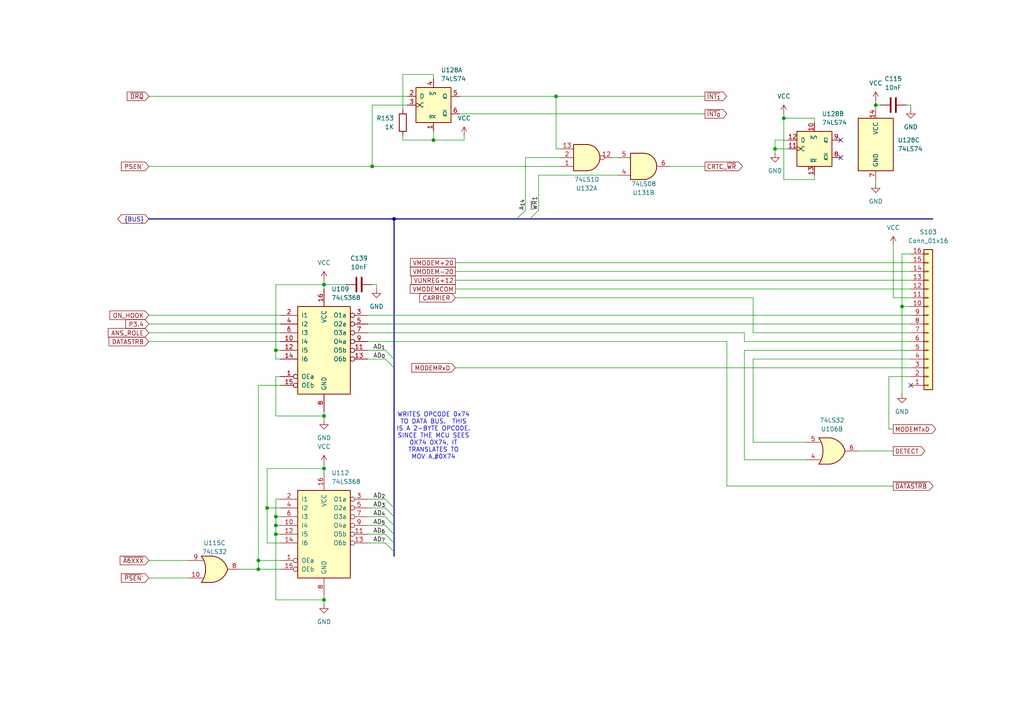
<source format=kicad_sch>
(kicad_sch
	(version 20250114)
	(generator "eeschema")
	(generator_version "9.0")
	(uuid "5752a0af-d3f3-4f51-a1b1-05969802cadd")
	(paper "A4")
	(lib_symbols
		(symbol "74LS10_2"
			(pin_names
				(offset 1.016)
			)
			(exclude_from_sim no)
			(in_bom yes)
			(on_board yes)
			(property "Reference" "U132"
				(at -0.0083 8.89 0)
				(effects
					(font
						(size 1.27 1.27)
					)
				)
			)
			(property "Value" "74LS10"
				(at -0.0083 6.35 0)
				(effects
					(font
						(size 1.27 1.27)
					)
				)
			)
			(property "Footprint" ""
				(at 0 0 0)
				(effects
					(font
						(size 1.27 1.27)
					)
					(hide yes)
				)
			)
			(property "Datasheet" "http://www.ti.com/lit/gpn/sn74LS10"
				(at 0 0 0)
				(effects
					(font
						(size 1.27 1.27)
					)
					(hide yes)
				)
			)
			(property "Description" "Triple 3-input NAND"
				(at 0 0 0)
				(effects
					(font
						(size 1.27 1.27)
					)
					(hide yes)
				)
			)
			(property "ki_locked" ""
				(at 0 0 0)
				(effects
					(font
						(size 1.27 1.27)
					)
				)
			)
			(property "ki_keywords" "TTL Nand3"
				(at 0 0 0)
				(effects
					(font
						(size 1.27 1.27)
					)
					(hide yes)
				)
			)
			(property "ki_fp_filters" "DIP*W7.62mm*"
				(at 0 0 0)
				(effects
					(font
						(size 1.27 1.27)
					)
					(hide yes)
				)
			)
			(symbol "74LS10_2_1_1"
				(arc
					(start 0 3.81)
					(mid 3.7934 0)
					(end 0 -3.81)
					(stroke
						(width 0.254)
						(type default)
					)
					(fill
						(type background)
					)
				)
				(polyline
					(pts
						(xy 0 3.81) (xy -3.81 3.81) (xy -3.81 -3.81) (xy 0 -3.81)
					)
					(stroke
						(width 0.254)
						(type default)
					)
					(fill
						(type background)
					)
				)
				(pin input line
					(at -7.62 2.54 0)
					(length 3.81)
					(name "~"
						(effects
							(font
								(size 1.27 1.27)
							)
						)
					)
					(number "1"
						(effects
							(font
								(size 1.27 1.27)
							)
						)
					)
				)
				(pin input line
					(at -7.62 0 0)
					(length 3.81)
					(name "~"
						(effects
							(font
								(size 1.27 1.27)
							)
						)
					)
					(number "2"
						(effects
							(font
								(size 1.27 1.27)
							)
						)
					)
				)
				(pin input line
					(at -7.62 -2.54 0)
					(length 3.81)
					(name "~"
						(effects
							(font
								(size 1.27 1.27)
							)
						)
					)
					(number "13"
						(effects
							(font
								(size 1.27 1.27)
							)
						)
					)
				)
				(pin output inverted
					(at 7.62 0 180)
					(length 3.81)
					(name "~"
						(effects
							(font
								(size 1.27 1.27)
							)
						)
					)
					(number "12"
						(effects
							(font
								(size 1.27 1.27)
							)
						)
					)
				)
			)
			(symbol "74LS10_2_1_2"
				(arc
					(start -3.81 3.81)
					(mid -2.589 0)
					(end -3.81 -3.81)
					(stroke
						(width 0.254)
						(type default)
					)
					(fill
						(type none)
					)
				)
				(polyline
					(pts
						(xy -3.81 3.81) (xy -0.635 3.81)
					)
					(stroke
						(width 0.254)
						(type default)
					)
					(fill
						(type background)
					)
				)
				(polyline
					(pts
						(xy -3.81 -3.81) (xy -0.635 -3.81)
					)
					(stroke
						(width 0.254)
						(type default)
					)
					(fill
						(type background)
					)
				)
				(arc
					(start 3.81 0)
					(mid 2.1855 -2.584)
					(end -0.6096 -3.81)
					(stroke
						(width 0.254)
						(type default)
					)
					(fill
						(type background)
					)
				)
				(arc
					(start -0.6096 3.81)
					(mid 2.1928 2.5924)
					(end 3.81 0)
					(stroke
						(width 0.254)
						(type default)
					)
					(fill
						(type background)
					)
				)
				(polyline
					(pts
						(xy -0.635 3.81) (xy -3.81 3.81) (xy -3.81 3.81) (xy -3.556 3.4036) (xy -3.0226 2.2606) (xy -2.6924 1.0414)
						(xy -2.6162 -0.254) (xy -2.7686 -1.4986) (xy -3.175 -2.7178) (xy -3.81 -3.81) (xy -3.81 -3.81)
						(xy -0.635 -3.81)
					)
					(stroke
						(width -25.4)
						(type default)
					)
					(fill
						(type background)
					)
				)
				(pin input inverted
					(at -7.62 2.54 0)
					(length 4.318)
					(name "~"
						(effects
							(font
								(size 1.27 1.27)
							)
						)
					)
					(number "1"
						(effects
							(font
								(size 1.27 1.27)
							)
						)
					)
				)
				(pin input inverted
					(at -7.62 0 0)
					(length 4.953)
					(name "~"
						(effects
							(font
								(size 1.27 1.27)
							)
						)
					)
					(number "2"
						(effects
							(font
								(size 1.27 1.27)
							)
						)
					)
				)
				(pin input inverted
					(at -7.62 -2.54 0)
					(length 4.318)
					(name "~"
						(effects
							(font
								(size 1.27 1.27)
							)
						)
					)
					(number "13"
						(effects
							(font
								(size 1.27 1.27)
							)
						)
					)
				)
				(pin output line
					(at 7.62 0 180)
					(length 3.81)
					(name "~"
						(effects
							(font
								(size 1.27 1.27)
							)
						)
					)
					(number "12"
						(effects
							(font
								(size 1.27 1.27)
							)
						)
					)
				)
			)
			(symbol "74LS10_2_2_1"
				(arc
					(start 0 3.81)
					(mid 3.7934 0)
					(end 0 -3.81)
					(stroke
						(width 0.254)
						(type default)
					)
					(fill
						(type background)
					)
				)
				(polyline
					(pts
						(xy 0 3.81) (xy -3.81 3.81) (xy -3.81 -3.81) (xy 0 -3.81)
					)
					(stroke
						(width 0.254)
						(type default)
					)
					(fill
						(type background)
					)
				)
				(pin input line
					(at -7.62 2.54 0)
					(length 3.81)
					(name "~"
						(effects
							(font
								(size 1.27 1.27)
							)
						)
					)
					(number "3"
						(effects
							(font
								(size 1.27 1.27)
							)
						)
					)
				)
				(pin input line
					(at -7.62 0 0)
					(length 3.81)
					(name "~"
						(effects
							(font
								(size 1.27 1.27)
							)
						)
					)
					(number "4"
						(effects
							(font
								(size 1.27 1.27)
							)
						)
					)
				)
				(pin input line
					(at -7.62 -2.54 0)
					(length 3.81)
					(name "~"
						(effects
							(font
								(size 1.27 1.27)
							)
						)
					)
					(number "5"
						(effects
							(font
								(size 1.27 1.27)
							)
						)
					)
				)
				(pin output inverted
					(at 7.62 0 180)
					(length 3.81)
					(name "~"
						(effects
							(font
								(size 1.27 1.27)
							)
						)
					)
					(number "6"
						(effects
							(font
								(size 1.27 1.27)
							)
						)
					)
				)
			)
			(symbol "74LS10_2_2_2"
				(arc
					(start -3.81 3.81)
					(mid -2.589 0)
					(end -3.81 -3.81)
					(stroke
						(width 0.254)
						(type default)
					)
					(fill
						(type none)
					)
				)
				(polyline
					(pts
						(xy -3.81 3.81) (xy -0.635 3.81)
					)
					(stroke
						(width 0.254)
						(type default)
					)
					(fill
						(type background)
					)
				)
				(polyline
					(pts
						(xy -3.81 -3.81) (xy -0.635 -3.81)
					)
					(stroke
						(width 0.254)
						(type default)
					)
					(fill
						(type background)
					)
				)
				(arc
					(start 3.81 0)
					(mid 2.1855 -2.584)
					(end -0.6096 -3.81)
					(stroke
						(width 0.254)
						(type default)
					)
					(fill
						(type background)
					)
				)
				(arc
					(start -0.6096 3.81)
					(mid 2.1928 2.5924)
					(end 3.81 0)
					(stroke
						(width 0.254)
						(type default)
					)
					(fill
						(type background)
					)
				)
				(polyline
					(pts
						(xy -0.635 3.81) (xy -3.81 3.81) (xy -3.81 3.81) (xy -3.556 3.4036) (xy -3.0226 2.2606) (xy -2.6924 1.0414)
						(xy -2.6162 -0.254) (xy -2.7686 -1.4986) (xy -3.175 -2.7178) (xy -3.81 -3.81) (xy -3.81 -3.81)
						(xy -0.635 -3.81)
					)
					(stroke
						(width -25.4)
						(type default)
					)
					(fill
						(type background)
					)
				)
				(pin input inverted
					(at -7.62 2.54 0)
					(length 4.318)
					(name "~"
						(effects
							(font
								(size 1.27 1.27)
							)
						)
					)
					(number "3"
						(effects
							(font
								(size 1.27 1.27)
							)
						)
					)
				)
				(pin input inverted
					(at -7.62 0 0)
					(length 4.953)
					(name "~"
						(effects
							(font
								(size 1.27 1.27)
							)
						)
					)
					(number "4"
						(effects
							(font
								(size 1.27 1.27)
							)
						)
					)
				)
				(pin input inverted
					(at -7.62 -2.54 0)
					(length 4.318)
					(name "~"
						(effects
							(font
								(size 1.27 1.27)
							)
						)
					)
					(number "5"
						(effects
							(font
								(size 1.27 1.27)
							)
						)
					)
				)
				(pin output line
					(at 7.62 0 180)
					(length 3.81)
					(name "~"
						(effects
							(font
								(size 1.27 1.27)
							)
						)
					)
					(number "6"
						(effects
							(font
								(size 1.27 1.27)
							)
						)
					)
				)
			)
			(symbol "74LS10_2_3_1"
				(arc
					(start 0 3.81)
					(mid 3.7934 0)
					(end 0 -3.81)
					(stroke
						(width 0.254)
						(type default)
					)
					(fill
						(type background)
					)
				)
				(polyline
					(pts
						(xy 0 3.81) (xy -3.81 3.81) (xy -3.81 -3.81) (xy 0 -3.81)
					)
					(stroke
						(width 0.254)
						(type default)
					)
					(fill
						(type background)
					)
				)
				(pin input line
					(at -7.62 2.54 0)
					(length 3.81)
					(name "~"
						(effects
							(font
								(size 1.27 1.27)
							)
						)
					)
					(number "10"
						(effects
							(font
								(size 1.27 1.27)
							)
						)
					)
				)
				(pin input line
					(at -7.62 0 0)
					(length 3.81)
					(name "~"
						(effects
							(font
								(size 1.27 1.27)
							)
						)
					)
					(number "9"
						(effects
							(font
								(size 1.27 1.27)
							)
						)
					)
				)
				(pin input line
					(at -7.62 -2.54 0)
					(length 3.81)
					(name "~"
						(effects
							(font
								(size 1.27 1.27)
							)
						)
					)
					(number "11"
						(effects
							(font
								(size 1.27 1.27)
							)
						)
					)
				)
				(pin output inverted
					(at 7.62 0 180)
					(length 3.81)
					(name "~"
						(effects
							(font
								(size 1.27 1.27)
							)
						)
					)
					(number "8"
						(effects
							(font
								(size 1.27 1.27)
							)
						)
					)
				)
			)
			(symbol "74LS10_2_3_2"
				(arc
					(start -3.81 3.81)
					(mid -2.589 0)
					(end -3.81 -3.81)
					(stroke
						(width 0.254)
						(type default)
					)
					(fill
						(type none)
					)
				)
				(polyline
					(pts
						(xy -3.81 3.81) (xy -0.635 3.81)
					)
					(stroke
						(width 0.254)
						(type default)
					)
					(fill
						(type background)
					)
				)
				(polyline
					(pts
						(xy -3.81 -3.81) (xy -0.635 -3.81)
					)
					(stroke
						(width 0.254)
						(type default)
					)
					(fill
						(type background)
					)
				)
				(arc
					(start 3.81 0)
					(mid 2.1855 -2.584)
					(end -0.6096 -3.81)
					(stroke
						(width 0.254)
						(type default)
					)
					(fill
						(type background)
					)
				)
				(arc
					(start -0.6096 3.81)
					(mid 2.1928 2.5924)
					(end 3.81 0)
					(stroke
						(width 0.254)
						(type default)
					)
					(fill
						(type background)
					)
				)
				(polyline
					(pts
						(xy -0.635 3.81) (xy -3.81 3.81) (xy -3.81 3.81) (xy -3.556 3.4036) (xy -3.0226 2.2606) (xy -2.6924 1.0414)
						(xy -2.6162 -0.254) (xy -2.7686 -1.4986) (xy -3.175 -2.7178) (xy -3.81 -3.81) (xy -3.81 -3.81)
						(xy -0.635 -3.81)
					)
					(stroke
						(width -25.4)
						(type default)
					)
					(fill
						(type background)
					)
				)
				(pin input inverted
					(at -7.62 2.54 0)
					(length 4.318)
					(name "~"
						(effects
							(font
								(size 1.27 1.27)
							)
						)
					)
					(number "9"
						(effects
							(font
								(size 1.27 1.27)
							)
						)
					)
				)
				(pin input inverted
					(at -7.62 0 0)
					(length 4.953)
					(name "~"
						(effects
							(font
								(size 1.27 1.27)
							)
						)
					)
					(number "10"
						(effects
							(font
								(size 1.27 1.27)
							)
						)
					)
				)
				(pin input inverted
					(at -7.62 -2.54 0)
					(length 4.318)
					(name "~"
						(effects
							(font
								(size 1.27 1.27)
							)
						)
					)
					(number "11"
						(effects
							(font
								(size 1.27 1.27)
							)
						)
					)
				)
				(pin output line
					(at 7.62 0 180)
					(length 3.81)
					(name "~"
						(effects
							(font
								(size 1.27 1.27)
							)
						)
					)
					(number "8"
						(effects
							(font
								(size 1.27 1.27)
							)
						)
					)
				)
			)
			(symbol "74LS10_2_4_0"
				(pin power_in line
					(at 0 12.7 270)
					(length 5.08)
					(name "VCC"
						(effects
							(font
								(size 1.27 1.27)
							)
						)
					)
					(number "14"
						(effects
							(font
								(size 1.27 1.27)
							)
						)
					)
				)
				(pin power_in line
					(at 0 -12.7 90)
					(length 5.08)
					(name "GND"
						(effects
							(font
								(size 1.27 1.27)
							)
						)
					)
					(number "7"
						(effects
							(font
								(size 1.27 1.27)
							)
						)
					)
				)
			)
			(symbol "74LS10_2_4_1"
				(rectangle
					(start -5.08 7.62)
					(end 5.08 -7.62)
					(stroke
						(width 0.254)
						(type default)
					)
					(fill
						(type background)
					)
				)
			)
			(embedded_fonts no)
		)
		(symbol "74xx:74LS08"
			(pin_names
				(offset 1.016)
			)
			(exclude_from_sim no)
			(in_bom yes)
			(on_board yes)
			(property "Reference" "U"
				(at 0 1.27 0)
				(effects
					(font
						(size 1.27 1.27)
					)
				)
			)
			(property "Value" "74LS08"
				(at 0 -1.27 0)
				(effects
					(font
						(size 1.27 1.27)
					)
				)
			)
			(property "Footprint" ""
				(at 0 0 0)
				(effects
					(font
						(size 1.27 1.27)
					)
					(hide yes)
				)
			)
			(property "Datasheet" "http://www.ti.com/lit/gpn/sn74LS08"
				(at 0 0 0)
				(effects
					(font
						(size 1.27 1.27)
					)
					(hide yes)
				)
			)
			(property "Description" "Quad And2"
				(at 0 0 0)
				(effects
					(font
						(size 1.27 1.27)
					)
					(hide yes)
				)
			)
			(property "ki_locked" ""
				(at 0 0 0)
				(effects
					(font
						(size 1.27 1.27)
					)
				)
			)
			(property "ki_keywords" "TTL and2"
				(at 0 0 0)
				(effects
					(font
						(size 1.27 1.27)
					)
					(hide yes)
				)
			)
			(property "ki_fp_filters" "DIP*W7.62mm*"
				(at 0 0 0)
				(effects
					(font
						(size 1.27 1.27)
					)
					(hide yes)
				)
			)
			(symbol "74LS08_1_1"
				(arc
					(start 0 3.81)
					(mid 3.7934 0)
					(end 0 -3.81)
					(stroke
						(width 0.254)
						(type default)
					)
					(fill
						(type background)
					)
				)
				(polyline
					(pts
						(xy 0 3.81) (xy -3.81 3.81) (xy -3.81 -3.81) (xy 0 -3.81)
					)
					(stroke
						(width 0.254)
						(type default)
					)
					(fill
						(type background)
					)
				)
				(pin input line
					(at -7.62 2.54 0)
					(length 3.81)
					(name "~"
						(effects
							(font
								(size 1.27 1.27)
							)
						)
					)
					(number "1"
						(effects
							(font
								(size 1.27 1.27)
							)
						)
					)
				)
				(pin input line
					(at -7.62 -2.54 0)
					(length 3.81)
					(name "~"
						(effects
							(font
								(size 1.27 1.27)
							)
						)
					)
					(number "2"
						(effects
							(font
								(size 1.27 1.27)
							)
						)
					)
				)
				(pin output line
					(at 7.62 0 180)
					(length 3.81)
					(name "~"
						(effects
							(font
								(size 1.27 1.27)
							)
						)
					)
					(number "3"
						(effects
							(font
								(size 1.27 1.27)
							)
						)
					)
				)
			)
			(symbol "74LS08_1_2"
				(arc
					(start -3.81 3.81)
					(mid -2.589 0)
					(end -3.81 -3.81)
					(stroke
						(width 0.254)
						(type default)
					)
					(fill
						(type none)
					)
				)
				(polyline
					(pts
						(xy -3.81 3.81) (xy -0.635 3.81)
					)
					(stroke
						(width 0.254)
						(type default)
					)
					(fill
						(type background)
					)
				)
				(polyline
					(pts
						(xy -3.81 -3.81) (xy -0.635 -3.81)
					)
					(stroke
						(width 0.254)
						(type default)
					)
					(fill
						(type background)
					)
				)
				(arc
					(start 3.81 0)
					(mid 2.1855 -2.584)
					(end -0.6096 -3.81)
					(stroke
						(width 0.254)
						(type default)
					)
					(fill
						(type background)
					)
				)
				(arc
					(start -0.6096 3.81)
					(mid 2.1928 2.5924)
					(end 3.81 0)
					(stroke
						(width 0.254)
						(type default)
					)
					(fill
						(type background)
					)
				)
				(polyline
					(pts
						(xy -0.635 3.81) (xy -3.81 3.81) (xy -3.81 3.81) (xy -3.556 3.4036) (xy -3.0226 2.2606) (xy -2.6924 1.0414)
						(xy -2.6162 -0.254) (xy -2.7686 -1.4986) (xy -3.175 -2.7178) (xy -3.81 -3.81) (xy -3.81 -3.81)
						(xy -0.635 -3.81)
					)
					(stroke
						(width -25.4)
						(type default)
					)
					(fill
						(type background)
					)
				)
				(pin input inverted
					(at -7.62 2.54 0)
					(length 4.318)
					(name "~"
						(effects
							(font
								(size 1.27 1.27)
							)
						)
					)
					(number "1"
						(effects
							(font
								(size 1.27 1.27)
							)
						)
					)
				)
				(pin input inverted
					(at -7.62 -2.54 0)
					(length 4.318)
					(name "~"
						(effects
							(font
								(size 1.27 1.27)
							)
						)
					)
					(number "2"
						(effects
							(font
								(size 1.27 1.27)
							)
						)
					)
				)
				(pin output inverted
					(at 7.62 0 180)
					(length 3.81)
					(name "~"
						(effects
							(font
								(size 1.27 1.27)
							)
						)
					)
					(number "3"
						(effects
							(font
								(size 1.27 1.27)
							)
						)
					)
				)
			)
			(symbol "74LS08_2_1"
				(arc
					(start 0 3.81)
					(mid 3.7934 0)
					(end 0 -3.81)
					(stroke
						(width 0.254)
						(type default)
					)
					(fill
						(type background)
					)
				)
				(polyline
					(pts
						(xy 0 3.81) (xy -3.81 3.81) (xy -3.81 -3.81) (xy 0 -3.81)
					)
					(stroke
						(width 0.254)
						(type default)
					)
					(fill
						(type background)
					)
				)
				(pin input line
					(at -7.62 2.54 0)
					(length 3.81)
					(name "~"
						(effects
							(font
								(size 1.27 1.27)
							)
						)
					)
					(number "4"
						(effects
							(font
								(size 1.27 1.27)
							)
						)
					)
				)
				(pin input line
					(at -7.62 -2.54 0)
					(length 3.81)
					(name "~"
						(effects
							(font
								(size 1.27 1.27)
							)
						)
					)
					(number "5"
						(effects
							(font
								(size 1.27 1.27)
							)
						)
					)
				)
				(pin output line
					(at 7.62 0 180)
					(length 3.81)
					(name "~"
						(effects
							(font
								(size 1.27 1.27)
							)
						)
					)
					(number "6"
						(effects
							(font
								(size 1.27 1.27)
							)
						)
					)
				)
			)
			(symbol "74LS08_2_2"
				(arc
					(start -3.81 3.81)
					(mid -2.589 0)
					(end -3.81 -3.81)
					(stroke
						(width 0.254)
						(type default)
					)
					(fill
						(type none)
					)
				)
				(polyline
					(pts
						(xy -3.81 3.81) (xy -0.635 3.81)
					)
					(stroke
						(width 0.254)
						(type default)
					)
					(fill
						(type background)
					)
				)
				(polyline
					(pts
						(xy -3.81 -3.81) (xy -0.635 -3.81)
					)
					(stroke
						(width 0.254)
						(type default)
					)
					(fill
						(type background)
					)
				)
				(arc
					(start 3.81 0)
					(mid 2.1855 -2.584)
					(end -0.6096 -3.81)
					(stroke
						(width 0.254)
						(type default)
					)
					(fill
						(type background)
					)
				)
				(arc
					(start -0.6096 3.81)
					(mid 2.1928 2.5924)
					(end 3.81 0)
					(stroke
						(width 0.254)
						(type default)
					)
					(fill
						(type background)
					)
				)
				(polyline
					(pts
						(xy -0.635 3.81) (xy -3.81 3.81) (xy -3.81 3.81) (xy -3.556 3.4036) (xy -3.0226 2.2606) (xy -2.6924 1.0414)
						(xy -2.6162 -0.254) (xy -2.7686 -1.4986) (xy -3.175 -2.7178) (xy -3.81 -3.81) (xy -3.81 -3.81)
						(xy -0.635 -3.81)
					)
					(stroke
						(width -25.4)
						(type default)
					)
					(fill
						(type background)
					)
				)
				(pin input inverted
					(at -7.62 2.54 0)
					(length 4.318)
					(name "~"
						(effects
							(font
								(size 1.27 1.27)
							)
						)
					)
					(number "4"
						(effects
							(font
								(size 1.27 1.27)
							)
						)
					)
				)
				(pin input inverted
					(at -7.62 -2.54 0)
					(length 4.318)
					(name "~"
						(effects
							(font
								(size 1.27 1.27)
							)
						)
					)
					(number "5"
						(effects
							(font
								(size 1.27 1.27)
							)
						)
					)
				)
				(pin output inverted
					(at 7.62 0 180)
					(length 3.81)
					(name "~"
						(effects
							(font
								(size 1.27 1.27)
							)
						)
					)
					(number "6"
						(effects
							(font
								(size 1.27 1.27)
							)
						)
					)
				)
			)
			(symbol "74LS08_3_1"
				(arc
					(start 0 3.81)
					(mid 3.7934 0)
					(end 0 -3.81)
					(stroke
						(width 0.254)
						(type default)
					)
					(fill
						(type background)
					)
				)
				(polyline
					(pts
						(xy 0 3.81) (xy -3.81 3.81) (xy -3.81 -3.81) (xy 0 -3.81)
					)
					(stroke
						(width 0.254)
						(type default)
					)
					(fill
						(type background)
					)
				)
				(pin input line
					(at -7.62 2.54 0)
					(length 3.81)
					(name "~"
						(effects
							(font
								(size 1.27 1.27)
							)
						)
					)
					(number "9"
						(effects
							(font
								(size 1.27 1.27)
							)
						)
					)
				)
				(pin input line
					(at -7.62 -2.54 0)
					(length 3.81)
					(name "~"
						(effects
							(font
								(size 1.27 1.27)
							)
						)
					)
					(number "10"
						(effects
							(font
								(size 1.27 1.27)
							)
						)
					)
				)
				(pin output line
					(at 7.62 0 180)
					(length 3.81)
					(name "~"
						(effects
							(font
								(size 1.27 1.27)
							)
						)
					)
					(number "8"
						(effects
							(font
								(size 1.27 1.27)
							)
						)
					)
				)
			)
			(symbol "74LS08_3_2"
				(arc
					(start -3.81 3.81)
					(mid -2.589 0)
					(end -3.81 -3.81)
					(stroke
						(width 0.254)
						(type default)
					)
					(fill
						(type none)
					)
				)
				(polyline
					(pts
						(xy -3.81 3.81) (xy -0.635 3.81)
					)
					(stroke
						(width 0.254)
						(type default)
					)
					(fill
						(type background)
					)
				)
				(polyline
					(pts
						(xy -3.81 -3.81) (xy -0.635 -3.81)
					)
					(stroke
						(width 0.254)
						(type default)
					)
					(fill
						(type background)
					)
				)
				(arc
					(start 3.81 0)
					(mid 2.1855 -2.584)
					(end -0.6096 -3.81)
					(stroke
						(width 0.254)
						(type default)
					)
					(fill
						(type background)
					)
				)
				(arc
					(start -0.6096 3.81)
					(mid 2.1928 2.5924)
					(end 3.81 0)
					(stroke
						(width 0.254)
						(type default)
					)
					(fill
						(type background)
					)
				)
				(polyline
					(pts
						(xy -0.635 3.81) (xy -3.81 3.81) (xy -3.81 3.81) (xy -3.556 3.4036) (xy -3.0226 2.2606) (xy -2.6924 1.0414)
						(xy -2.6162 -0.254) (xy -2.7686 -1.4986) (xy -3.175 -2.7178) (xy -3.81 -3.81) (xy -3.81 -3.81)
						(xy -0.635 -3.81)
					)
					(stroke
						(width -25.4)
						(type default)
					)
					(fill
						(type background)
					)
				)
				(pin input inverted
					(at -7.62 2.54 0)
					(length 4.318)
					(name "~"
						(effects
							(font
								(size 1.27 1.27)
							)
						)
					)
					(number "9"
						(effects
							(font
								(size 1.27 1.27)
							)
						)
					)
				)
				(pin input inverted
					(at -7.62 -2.54 0)
					(length 4.318)
					(name "~"
						(effects
							(font
								(size 1.27 1.27)
							)
						)
					)
					(number "10"
						(effects
							(font
								(size 1.27 1.27)
							)
						)
					)
				)
				(pin output inverted
					(at 7.62 0 180)
					(length 3.81)
					(name "~"
						(effects
							(font
								(size 1.27 1.27)
							)
						)
					)
					(number "8"
						(effects
							(font
								(size 1.27 1.27)
							)
						)
					)
				)
			)
			(symbol "74LS08_4_1"
				(arc
					(start 0 3.81)
					(mid 3.7934 0)
					(end 0 -3.81)
					(stroke
						(width 0.254)
						(type default)
					)
					(fill
						(type background)
					)
				)
				(polyline
					(pts
						(xy 0 3.81) (xy -3.81 3.81) (xy -3.81 -3.81) (xy 0 -3.81)
					)
					(stroke
						(width 0.254)
						(type default)
					)
					(fill
						(type background)
					)
				)
				(pin input line
					(at -7.62 2.54 0)
					(length 3.81)
					(name "~"
						(effects
							(font
								(size 1.27 1.27)
							)
						)
					)
					(number "12"
						(effects
							(font
								(size 1.27 1.27)
							)
						)
					)
				)
				(pin input line
					(at -7.62 -2.54 0)
					(length 3.81)
					(name "~"
						(effects
							(font
								(size 1.27 1.27)
							)
						)
					)
					(number "13"
						(effects
							(font
								(size 1.27 1.27)
							)
						)
					)
				)
				(pin output line
					(at 7.62 0 180)
					(length 3.81)
					(name "~"
						(effects
							(font
								(size 1.27 1.27)
							)
						)
					)
					(number "11"
						(effects
							(font
								(size 1.27 1.27)
							)
						)
					)
				)
			)
			(symbol "74LS08_4_2"
				(arc
					(start -3.81 3.81)
					(mid -2.589 0)
					(end -3.81 -3.81)
					(stroke
						(width 0.254)
						(type default)
					)
					(fill
						(type none)
					)
				)
				(polyline
					(pts
						(xy -3.81 3.81) (xy -0.635 3.81)
					)
					(stroke
						(width 0.254)
						(type default)
					)
					(fill
						(type background)
					)
				)
				(polyline
					(pts
						(xy -3.81 -3.81) (xy -0.635 -3.81)
					)
					(stroke
						(width 0.254)
						(type default)
					)
					(fill
						(type background)
					)
				)
				(arc
					(start 3.81 0)
					(mid 2.1855 -2.584)
					(end -0.6096 -3.81)
					(stroke
						(width 0.254)
						(type default)
					)
					(fill
						(type background)
					)
				)
				(arc
					(start -0.6096 3.81)
					(mid 2.1928 2.5924)
					(end 3.81 0)
					(stroke
						(width 0.254)
						(type default)
					)
					(fill
						(type background)
					)
				)
				(polyline
					(pts
						(xy -0.635 3.81) (xy -3.81 3.81) (xy -3.81 3.81) (xy -3.556 3.4036) (xy -3.0226 2.2606) (xy -2.6924 1.0414)
						(xy -2.6162 -0.254) (xy -2.7686 -1.4986) (xy -3.175 -2.7178) (xy -3.81 -3.81) (xy -3.81 -3.81)
						(xy -0.635 -3.81)
					)
					(stroke
						(width -25.4)
						(type default)
					)
					(fill
						(type background)
					)
				)
				(pin input inverted
					(at -7.62 2.54 0)
					(length 4.318)
					(name "~"
						(effects
							(font
								(size 1.27 1.27)
							)
						)
					)
					(number "12"
						(effects
							(font
								(size 1.27 1.27)
							)
						)
					)
				)
				(pin input inverted
					(at -7.62 -2.54 0)
					(length 4.318)
					(name "~"
						(effects
							(font
								(size 1.27 1.27)
							)
						)
					)
					(number "13"
						(effects
							(font
								(size 1.27 1.27)
							)
						)
					)
				)
				(pin output inverted
					(at 7.62 0 180)
					(length 3.81)
					(name "~"
						(effects
							(font
								(size 1.27 1.27)
							)
						)
					)
					(number "11"
						(effects
							(font
								(size 1.27 1.27)
							)
						)
					)
				)
			)
			(symbol "74LS08_5_0"
				(pin power_in line
					(at 0 12.7 270)
					(length 5.08)
					(name "VCC"
						(effects
							(font
								(size 1.27 1.27)
							)
						)
					)
					(number "14"
						(effects
							(font
								(size 1.27 1.27)
							)
						)
					)
				)
				(pin power_in line
					(at 0 -12.7 90)
					(length 5.08)
					(name "GND"
						(effects
							(font
								(size 1.27 1.27)
							)
						)
					)
					(number "7"
						(effects
							(font
								(size 1.27 1.27)
							)
						)
					)
				)
			)
			(symbol "74LS08_5_1"
				(rectangle
					(start -5.08 7.62)
					(end 5.08 -7.62)
					(stroke
						(width 0.254)
						(type default)
					)
					(fill
						(type background)
					)
				)
			)
			(embedded_fonts no)
		)
		(symbol "74xx:74LS32"
			(pin_names
				(offset 1.016)
			)
			(exclude_from_sim no)
			(in_bom yes)
			(on_board yes)
			(property "Reference" "U"
				(at 0 1.27 0)
				(effects
					(font
						(size 1.27 1.27)
					)
				)
			)
			(property "Value" "74LS32"
				(at 0 -1.27 0)
				(effects
					(font
						(size 1.27 1.27)
					)
				)
			)
			(property "Footprint" ""
				(at 0 0 0)
				(effects
					(font
						(size 1.27 1.27)
					)
					(hide yes)
				)
			)
			(property "Datasheet" "http://www.ti.com/lit/gpn/sn74LS32"
				(at 0 0 0)
				(effects
					(font
						(size 1.27 1.27)
					)
					(hide yes)
				)
			)
			(property "Description" "Quad 2-input OR"
				(at 0 0 0)
				(effects
					(font
						(size 1.27 1.27)
					)
					(hide yes)
				)
			)
			(property "ki_locked" ""
				(at 0 0 0)
				(effects
					(font
						(size 1.27 1.27)
					)
				)
			)
			(property "ki_keywords" "TTL Or2"
				(at 0 0 0)
				(effects
					(font
						(size 1.27 1.27)
					)
					(hide yes)
				)
			)
			(property "ki_fp_filters" "DIP?14*"
				(at 0 0 0)
				(effects
					(font
						(size 1.27 1.27)
					)
					(hide yes)
				)
			)
			(symbol "74LS32_1_1"
				(arc
					(start -3.81 3.81)
					(mid -2.589 0)
					(end -3.81 -3.81)
					(stroke
						(width 0.254)
						(type default)
					)
					(fill
						(type none)
					)
				)
				(polyline
					(pts
						(xy -3.81 3.81) (xy -0.635 3.81)
					)
					(stroke
						(width 0.254)
						(type default)
					)
					(fill
						(type background)
					)
				)
				(polyline
					(pts
						(xy -3.81 -3.81) (xy -0.635 -3.81)
					)
					(stroke
						(width 0.254)
						(type default)
					)
					(fill
						(type background)
					)
				)
				(arc
					(start 3.81 0)
					(mid 2.1855 -2.584)
					(end -0.6096 -3.81)
					(stroke
						(width 0.254)
						(type default)
					)
					(fill
						(type background)
					)
				)
				(arc
					(start -0.6096 3.81)
					(mid 2.1928 2.5924)
					(end 3.81 0)
					(stroke
						(width 0.254)
						(type default)
					)
					(fill
						(type background)
					)
				)
				(polyline
					(pts
						(xy -0.635 3.81) (xy -3.81 3.81) (xy -3.81 3.81) (xy -3.556 3.4036) (xy -3.0226 2.2606) (xy -2.6924 1.0414)
						(xy -2.6162 -0.254) (xy -2.7686 -1.4986) (xy -3.175 -2.7178) (xy -3.81 -3.81) (xy -3.81 -3.81)
						(xy -0.635 -3.81)
					)
					(stroke
						(width -25.4)
						(type default)
					)
					(fill
						(type background)
					)
				)
				(pin input line
					(at -7.62 2.54 0)
					(length 4.318)
					(name "~"
						(effects
							(font
								(size 1.27 1.27)
							)
						)
					)
					(number "1"
						(effects
							(font
								(size 1.27 1.27)
							)
						)
					)
				)
				(pin input line
					(at -7.62 -2.54 0)
					(length 4.318)
					(name "~"
						(effects
							(font
								(size 1.27 1.27)
							)
						)
					)
					(number "2"
						(effects
							(font
								(size 1.27 1.27)
							)
						)
					)
				)
				(pin output line
					(at 7.62 0 180)
					(length 3.81)
					(name "~"
						(effects
							(font
								(size 1.27 1.27)
							)
						)
					)
					(number "3"
						(effects
							(font
								(size 1.27 1.27)
							)
						)
					)
				)
			)
			(symbol "74LS32_1_2"
				(arc
					(start 0 3.81)
					(mid 3.7934 0)
					(end 0 -3.81)
					(stroke
						(width 0.254)
						(type default)
					)
					(fill
						(type background)
					)
				)
				(polyline
					(pts
						(xy 0 3.81) (xy -3.81 3.81) (xy -3.81 -3.81) (xy 0 -3.81)
					)
					(stroke
						(width 0.254)
						(type default)
					)
					(fill
						(type background)
					)
				)
				(pin input inverted
					(at -7.62 2.54 0)
					(length 3.81)
					(name "~"
						(effects
							(font
								(size 1.27 1.27)
							)
						)
					)
					(number "1"
						(effects
							(font
								(size 1.27 1.27)
							)
						)
					)
				)
				(pin input inverted
					(at -7.62 -2.54 0)
					(length 3.81)
					(name "~"
						(effects
							(font
								(size 1.27 1.27)
							)
						)
					)
					(number "2"
						(effects
							(font
								(size 1.27 1.27)
							)
						)
					)
				)
				(pin output inverted
					(at 7.62 0 180)
					(length 3.81)
					(name "~"
						(effects
							(font
								(size 1.27 1.27)
							)
						)
					)
					(number "3"
						(effects
							(font
								(size 1.27 1.27)
							)
						)
					)
				)
			)
			(symbol "74LS32_2_1"
				(arc
					(start -3.81 3.81)
					(mid -2.589 0)
					(end -3.81 -3.81)
					(stroke
						(width 0.254)
						(type default)
					)
					(fill
						(type none)
					)
				)
				(polyline
					(pts
						(xy -3.81 3.81) (xy -0.635 3.81)
					)
					(stroke
						(width 0.254)
						(type default)
					)
					(fill
						(type background)
					)
				)
				(polyline
					(pts
						(xy -3.81 -3.81) (xy -0.635 -3.81)
					)
					(stroke
						(width 0.254)
						(type default)
					)
					(fill
						(type background)
					)
				)
				(arc
					(start 3.81 0)
					(mid 2.1855 -2.584)
					(end -0.6096 -3.81)
					(stroke
						(width 0.254)
						(type default)
					)
					(fill
						(type background)
					)
				)
				(arc
					(start -0.6096 3.81)
					(mid 2.1928 2.5924)
					(end 3.81 0)
					(stroke
						(width 0.254)
						(type default)
					)
					(fill
						(type background)
					)
				)
				(polyline
					(pts
						(xy -0.635 3.81) (xy -3.81 3.81) (xy -3.81 3.81) (xy -3.556 3.4036) (xy -3.0226 2.2606) (xy -2.6924 1.0414)
						(xy -2.6162 -0.254) (xy -2.7686 -1.4986) (xy -3.175 -2.7178) (xy -3.81 -3.81) (xy -3.81 -3.81)
						(xy -0.635 -3.81)
					)
					(stroke
						(width -25.4)
						(type default)
					)
					(fill
						(type background)
					)
				)
				(pin input line
					(at -7.62 2.54 0)
					(length 4.318)
					(name "~"
						(effects
							(font
								(size 1.27 1.27)
							)
						)
					)
					(number "4"
						(effects
							(font
								(size 1.27 1.27)
							)
						)
					)
				)
				(pin input line
					(at -7.62 -2.54 0)
					(length 4.318)
					(name "~"
						(effects
							(font
								(size 1.27 1.27)
							)
						)
					)
					(number "5"
						(effects
							(font
								(size 1.27 1.27)
							)
						)
					)
				)
				(pin output line
					(at 7.62 0 180)
					(length 3.81)
					(name "~"
						(effects
							(font
								(size 1.27 1.27)
							)
						)
					)
					(number "6"
						(effects
							(font
								(size 1.27 1.27)
							)
						)
					)
				)
			)
			(symbol "74LS32_2_2"
				(arc
					(start 0 3.81)
					(mid 3.7934 0)
					(end 0 -3.81)
					(stroke
						(width 0.254)
						(type default)
					)
					(fill
						(type background)
					)
				)
				(polyline
					(pts
						(xy 0 3.81) (xy -3.81 3.81) (xy -3.81 -3.81) (xy 0 -3.81)
					)
					(stroke
						(width 0.254)
						(type default)
					)
					(fill
						(type background)
					)
				)
				(pin input inverted
					(at -7.62 2.54 0)
					(length 3.81)
					(name "~"
						(effects
							(font
								(size 1.27 1.27)
							)
						)
					)
					(number "4"
						(effects
							(font
								(size 1.27 1.27)
							)
						)
					)
				)
				(pin input inverted
					(at -7.62 -2.54 0)
					(length 3.81)
					(name "~"
						(effects
							(font
								(size 1.27 1.27)
							)
						)
					)
					(number "5"
						(effects
							(font
								(size 1.27 1.27)
							)
						)
					)
				)
				(pin output inverted
					(at 7.62 0 180)
					(length 3.81)
					(name "~"
						(effects
							(font
								(size 1.27 1.27)
							)
						)
					)
					(number "6"
						(effects
							(font
								(size 1.27 1.27)
							)
						)
					)
				)
			)
			(symbol "74LS32_3_1"
				(arc
					(start -3.81 3.81)
					(mid -2.589 0)
					(end -3.81 -3.81)
					(stroke
						(width 0.254)
						(type default)
					)
					(fill
						(type none)
					)
				)
				(polyline
					(pts
						(xy -3.81 3.81) (xy -0.635 3.81)
					)
					(stroke
						(width 0.254)
						(type default)
					)
					(fill
						(type background)
					)
				)
				(polyline
					(pts
						(xy -3.81 -3.81) (xy -0.635 -3.81)
					)
					(stroke
						(width 0.254)
						(type default)
					)
					(fill
						(type background)
					)
				)
				(arc
					(start 3.81 0)
					(mid 2.1855 -2.584)
					(end -0.6096 -3.81)
					(stroke
						(width 0.254)
						(type default)
					)
					(fill
						(type background)
					)
				)
				(arc
					(start -0.6096 3.81)
					(mid 2.1928 2.5924)
					(end 3.81 0)
					(stroke
						(width 0.254)
						(type default)
					)
					(fill
						(type background)
					)
				)
				(polyline
					(pts
						(xy -0.635 3.81) (xy -3.81 3.81) (xy -3.81 3.81) (xy -3.556 3.4036) (xy -3.0226 2.2606) (xy -2.6924 1.0414)
						(xy -2.6162 -0.254) (xy -2.7686 -1.4986) (xy -3.175 -2.7178) (xy -3.81 -3.81) (xy -3.81 -3.81)
						(xy -0.635 -3.81)
					)
					(stroke
						(width -25.4)
						(type default)
					)
					(fill
						(type background)
					)
				)
				(pin input line
					(at -7.62 2.54 0)
					(length 4.318)
					(name "~"
						(effects
							(font
								(size 1.27 1.27)
							)
						)
					)
					(number "9"
						(effects
							(font
								(size 1.27 1.27)
							)
						)
					)
				)
				(pin input line
					(at -7.62 -2.54 0)
					(length 4.318)
					(name "~"
						(effects
							(font
								(size 1.27 1.27)
							)
						)
					)
					(number "10"
						(effects
							(font
								(size 1.27 1.27)
							)
						)
					)
				)
				(pin output line
					(at 7.62 0 180)
					(length 3.81)
					(name "~"
						(effects
							(font
								(size 1.27 1.27)
							)
						)
					)
					(number "8"
						(effects
							(font
								(size 1.27 1.27)
							)
						)
					)
				)
			)
			(symbol "74LS32_3_2"
				(arc
					(start 0 3.81)
					(mid 3.7934 0)
					(end 0 -3.81)
					(stroke
						(width 0.254)
						(type default)
					)
					(fill
						(type background)
					)
				)
				(polyline
					(pts
						(xy 0 3.81) (xy -3.81 3.81) (xy -3.81 -3.81) (xy 0 -3.81)
					)
					(stroke
						(width 0.254)
						(type default)
					)
					(fill
						(type background)
					)
				)
				(pin input inverted
					(at -7.62 2.54 0)
					(length 3.81)
					(name "~"
						(effects
							(font
								(size 1.27 1.27)
							)
						)
					)
					(number "9"
						(effects
							(font
								(size 1.27 1.27)
							)
						)
					)
				)
				(pin input inverted
					(at -7.62 -2.54 0)
					(length 3.81)
					(name "~"
						(effects
							(font
								(size 1.27 1.27)
							)
						)
					)
					(number "10"
						(effects
							(font
								(size 1.27 1.27)
							)
						)
					)
				)
				(pin output inverted
					(at 7.62 0 180)
					(length 3.81)
					(name "~"
						(effects
							(font
								(size 1.27 1.27)
							)
						)
					)
					(number "8"
						(effects
							(font
								(size 1.27 1.27)
							)
						)
					)
				)
			)
			(symbol "74LS32_4_1"
				(arc
					(start -3.81 3.81)
					(mid -2.589 0)
					(end -3.81 -3.81)
					(stroke
						(width 0.254)
						(type default)
					)
					(fill
						(type none)
					)
				)
				(polyline
					(pts
						(xy -3.81 3.81) (xy -0.635 3.81)
					)
					(stroke
						(width 0.254)
						(type default)
					)
					(fill
						(type background)
					)
				)
				(polyline
					(pts
						(xy -3.81 -3.81) (xy -0.635 -3.81)
					)
					(stroke
						(width 0.254)
						(type default)
					)
					(fill
						(type background)
					)
				)
				(arc
					(start 3.81 0)
					(mid 2.1855 -2.584)
					(end -0.6096 -3.81)
					(stroke
						(width 0.254)
						(type default)
					)
					(fill
						(type background)
					)
				)
				(arc
					(start -0.6096 3.81)
					(mid 2.1928 2.5924)
					(end 3.81 0)
					(stroke
						(width 0.254)
						(type default)
					)
					(fill
						(type background)
					)
				)
				(polyline
					(pts
						(xy -0.635 3.81) (xy -3.81 3.81) (xy -3.81 3.81) (xy -3.556 3.4036) (xy -3.0226 2.2606) (xy -2.6924 1.0414)
						(xy -2.6162 -0.254) (xy -2.7686 -1.4986) (xy -3.175 -2.7178) (xy -3.81 -3.81) (xy -3.81 -3.81)
						(xy -0.635 -3.81)
					)
					(stroke
						(width -25.4)
						(type default)
					)
					(fill
						(type background)
					)
				)
				(pin input line
					(at -7.62 2.54 0)
					(length 4.318)
					(name "~"
						(effects
							(font
								(size 1.27 1.27)
							)
						)
					)
					(number "12"
						(effects
							(font
								(size 1.27 1.27)
							)
						)
					)
				)
				(pin input line
					(at -7.62 -2.54 0)
					(length 4.318)
					(name "~"
						(effects
							(font
								(size 1.27 1.27)
							)
						)
					)
					(number "13"
						(effects
							(font
								(size 1.27 1.27)
							)
						)
					)
				)
				(pin output line
					(at 7.62 0 180)
					(length 3.81)
					(name "~"
						(effects
							(font
								(size 1.27 1.27)
							)
						)
					)
					(number "11"
						(effects
							(font
								(size 1.27 1.27)
							)
						)
					)
				)
			)
			(symbol "74LS32_4_2"
				(arc
					(start 0 3.81)
					(mid 3.7934 0)
					(end 0 -3.81)
					(stroke
						(width 0.254)
						(type default)
					)
					(fill
						(type background)
					)
				)
				(polyline
					(pts
						(xy 0 3.81) (xy -3.81 3.81) (xy -3.81 -3.81) (xy 0 -3.81)
					)
					(stroke
						(width 0.254)
						(type default)
					)
					(fill
						(type background)
					)
				)
				(pin input inverted
					(at -7.62 2.54 0)
					(length 3.81)
					(name "~"
						(effects
							(font
								(size 1.27 1.27)
							)
						)
					)
					(number "12"
						(effects
							(font
								(size 1.27 1.27)
							)
						)
					)
				)
				(pin input inverted
					(at -7.62 -2.54 0)
					(length 3.81)
					(name "~"
						(effects
							(font
								(size 1.27 1.27)
							)
						)
					)
					(number "13"
						(effects
							(font
								(size 1.27 1.27)
							)
						)
					)
				)
				(pin output inverted
					(at 7.62 0 180)
					(length 3.81)
					(name "~"
						(effects
							(font
								(size 1.27 1.27)
							)
						)
					)
					(number "11"
						(effects
							(font
								(size 1.27 1.27)
							)
						)
					)
				)
			)
			(symbol "74LS32_5_0"
				(pin power_in line
					(at 0 12.7 270)
					(length 5.08)
					(name "VCC"
						(effects
							(font
								(size 1.27 1.27)
							)
						)
					)
					(number "14"
						(effects
							(font
								(size 1.27 1.27)
							)
						)
					)
				)
				(pin power_in line
					(at 0 -12.7 90)
					(length 5.08)
					(name "GND"
						(effects
							(font
								(size 1.27 1.27)
							)
						)
					)
					(number "7"
						(effects
							(font
								(size 1.27 1.27)
							)
						)
					)
				)
			)
			(symbol "74LS32_5_1"
				(rectangle
					(start -5.08 7.62)
					(end 5.08 -7.62)
					(stroke
						(width 0.254)
						(type default)
					)
					(fill
						(type background)
					)
				)
			)
			(embedded_fonts no)
		)
		(symbol "74xx:74LS368"
			(pin_names
				(offset 1.016)
			)
			(exclude_from_sim no)
			(in_bom yes)
			(on_board yes)
			(property "Reference" "U"
				(at -7.62 13.97 0)
				(effects
					(font
						(size 1.27 1.27)
					)
				)
			)
			(property "Value" "74LS368"
				(at -7.62 -13.97 0)
				(effects
					(font
						(size 1.27 1.27)
					)
				)
			)
			(property "Footprint" ""
				(at 0 0 0)
				(effects
					(font
						(size 1.27 1.27)
					)
					(hide yes)
				)
			)
			(property "Datasheet" "http://www.ti.com/lit/gpn/sn74LS368"
				(at 0 0 0)
				(effects
					(font
						(size 1.27 1.27)
					)
					(hide yes)
				)
			)
			(property "Description" "Hex Bus Driver inverter, 3-state outputs"
				(at 0 0 0)
				(effects
					(font
						(size 1.27 1.27)
					)
					(hide yes)
				)
			)
			(property "ki_locked" ""
				(at 0 0 0)
				(effects
					(font
						(size 1.27 1.27)
					)
				)
			)
			(property "ki_keywords" "TTL Buffer BUS 3State"
				(at 0 0 0)
				(effects
					(font
						(size 1.27 1.27)
					)
					(hide yes)
				)
			)
			(property "ki_fp_filters" "DIP?16*"
				(at 0 0 0)
				(effects
					(font
						(size 1.27 1.27)
					)
					(hide yes)
				)
			)
			(symbol "74LS368_1_0"
				(pin input line
					(at -12.7 10.16 0)
					(length 5.08)
					(name "I1"
						(effects
							(font
								(size 1.27 1.27)
							)
						)
					)
					(number "2"
						(effects
							(font
								(size 1.27 1.27)
							)
						)
					)
				)
				(pin input line
					(at -12.7 7.62 0)
					(length 5.08)
					(name "I2"
						(effects
							(font
								(size 1.27 1.27)
							)
						)
					)
					(number "4"
						(effects
							(font
								(size 1.27 1.27)
							)
						)
					)
				)
				(pin input line
					(at -12.7 5.08 0)
					(length 5.08)
					(name "I3"
						(effects
							(font
								(size 1.27 1.27)
							)
						)
					)
					(number "6"
						(effects
							(font
								(size 1.27 1.27)
							)
						)
					)
				)
				(pin input line
					(at -12.7 2.54 0)
					(length 5.08)
					(name "I4"
						(effects
							(font
								(size 1.27 1.27)
							)
						)
					)
					(number "10"
						(effects
							(font
								(size 1.27 1.27)
							)
						)
					)
				)
				(pin input line
					(at -12.7 0 0)
					(length 5.08)
					(name "I5"
						(effects
							(font
								(size 1.27 1.27)
							)
						)
					)
					(number "12"
						(effects
							(font
								(size 1.27 1.27)
							)
						)
					)
				)
				(pin input line
					(at -12.7 -2.54 0)
					(length 5.08)
					(name "I6"
						(effects
							(font
								(size 1.27 1.27)
							)
						)
					)
					(number "14"
						(effects
							(font
								(size 1.27 1.27)
							)
						)
					)
				)
				(pin input inverted
					(at -12.7 -7.62 0)
					(length 5.08)
					(name "OEa"
						(effects
							(font
								(size 1.27 1.27)
							)
						)
					)
					(number "1"
						(effects
							(font
								(size 1.27 1.27)
							)
						)
					)
				)
				(pin input inverted
					(at -12.7 -10.16 0)
					(length 5.08)
					(name "OEb"
						(effects
							(font
								(size 1.27 1.27)
							)
						)
					)
					(number "15"
						(effects
							(font
								(size 1.27 1.27)
							)
						)
					)
				)
				(pin power_in line
					(at 0 17.78 270)
					(length 5.08)
					(name "VCC"
						(effects
							(font
								(size 1.27 1.27)
							)
						)
					)
					(number "16"
						(effects
							(font
								(size 1.27 1.27)
							)
						)
					)
				)
				(pin power_in line
					(at 0 -17.78 90)
					(length 5.08)
					(name "GND"
						(effects
							(font
								(size 1.27 1.27)
							)
						)
					)
					(number "8"
						(effects
							(font
								(size 1.27 1.27)
							)
						)
					)
				)
				(pin tri_state inverted
					(at 12.7 10.16 180)
					(length 5.08)
					(name "O1a"
						(effects
							(font
								(size 1.27 1.27)
							)
						)
					)
					(number "3"
						(effects
							(font
								(size 1.27 1.27)
							)
						)
					)
				)
				(pin tri_state inverted
					(at 12.7 7.62 180)
					(length 5.08)
					(name "O2a"
						(effects
							(font
								(size 1.27 1.27)
							)
						)
					)
					(number "5"
						(effects
							(font
								(size 1.27 1.27)
							)
						)
					)
				)
				(pin tri_state inverted
					(at 12.7 5.08 180)
					(length 5.08)
					(name "O3a"
						(effects
							(font
								(size 1.27 1.27)
							)
						)
					)
					(number "7"
						(effects
							(font
								(size 1.27 1.27)
							)
						)
					)
				)
				(pin tri_state inverted
					(at 12.7 2.54 180)
					(length 5.08)
					(name "O4a"
						(effects
							(font
								(size 1.27 1.27)
							)
						)
					)
					(number "9"
						(effects
							(font
								(size 1.27 1.27)
							)
						)
					)
				)
				(pin tri_state inverted
					(at 12.7 0 180)
					(length 5.08)
					(name "O5b"
						(effects
							(font
								(size 1.27 1.27)
							)
						)
					)
					(number "11"
						(effects
							(font
								(size 1.27 1.27)
							)
						)
					)
				)
				(pin tri_state inverted
					(at 12.7 -2.54 180)
					(length 5.08)
					(name "O6b"
						(effects
							(font
								(size 1.27 1.27)
							)
						)
					)
					(number "13"
						(effects
							(font
								(size 1.27 1.27)
							)
						)
					)
				)
			)
			(symbol "74LS368_1_1"
				(rectangle
					(start -7.62 12.7)
					(end 7.62 -12.7)
					(stroke
						(width 0.254)
						(type default)
					)
					(fill
						(type background)
					)
				)
			)
			(embedded_fonts no)
		)
		(symbol "74xx:74LS74"
			(pin_names
				(offset 1.016)
			)
			(exclude_from_sim no)
			(in_bom yes)
			(on_board yes)
			(property "Reference" "U"
				(at -7.62 8.89 0)
				(effects
					(font
						(size 1.27 1.27)
					)
				)
			)
			(property "Value" "74LS74"
				(at -7.62 -8.89 0)
				(effects
					(font
						(size 1.27 1.27)
					)
				)
			)
			(property "Footprint" ""
				(at 0 0 0)
				(effects
					(font
						(size 1.27 1.27)
					)
					(hide yes)
				)
			)
			(property "Datasheet" "74xx/74hc_hct74.pdf"
				(at 0 0 0)
				(effects
					(font
						(size 1.27 1.27)
					)
					(hide yes)
				)
			)
			(property "Description" "Dual D Flip-flop, Set & Reset"
				(at 0 0 0)
				(effects
					(font
						(size 1.27 1.27)
					)
					(hide yes)
				)
			)
			(property "ki_locked" ""
				(at 0 0 0)
				(effects
					(font
						(size 1.27 1.27)
					)
				)
			)
			(property "ki_keywords" "TTL DFF"
				(at 0 0 0)
				(effects
					(font
						(size 1.27 1.27)
					)
					(hide yes)
				)
			)
			(property "ki_fp_filters" "DIP*W7.62mm*"
				(at 0 0 0)
				(effects
					(font
						(size 1.27 1.27)
					)
					(hide yes)
				)
			)
			(symbol "74LS74_1_0"
				(pin input line
					(at -7.62 2.54 0)
					(length 2.54)
					(name "D"
						(effects
							(font
								(size 1.27 1.27)
							)
						)
					)
					(number "2"
						(effects
							(font
								(size 1.27 1.27)
							)
						)
					)
				)
				(pin input clock
					(at -7.62 0 0)
					(length 2.54)
					(name "C"
						(effects
							(font
								(size 1.27 1.27)
							)
						)
					)
					(number "3"
						(effects
							(font
								(size 1.27 1.27)
							)
						)
					)
				)
				(pin input line
					(at 0 7.62 270)
					(length 2.54)
					(name "~{S}"
						(effects
							(font
								(size 1.27 1.27)
							)
						)
					)
					(number "4"
						(effects
							(font
								(size 1.27 1.27)
							)
						)
					)
				)
				(pin input line
					(at 0 -7.62 90)
					(length 2.54)
					(name "~{R}"
						(effects
							(font
								(size 1.27 1.27)
							)
						)
					)
					(number "1"
						(effects
							(font
								(size 1.27 1.27)
							)
						)
					)
				)
				(pin output line
					(at 7.62 2.54 180)
					(length 2.54)
					(name "Q"
						(effects
							(font
								(size 1.27 1.27)
							)
						)
					)
					(number "5"
						(effects
							(font
								(size 1.27 1.27)
							)
						)
					)
				)
				(pin output line
					(at 7.62 -2.54 180)
					(length 2.54)
					(name "~{Q}"
						(effects
							(font
								(size 1.27 1.27)
							)
						)
					)
					(number "6"
						(effects
							(font
								(size 1.27 1.27)
							)
						)
					)
				)
			)
			(symbol "74LS74_1_1"
				(rectangle
					(start -5.08 5.08)
					(end 5.08 -5.08)
					(stroke
						(width 0.254)
						(type default)
					)
					(fill
						(type background)
					)
				)
			)
			(symbol "74LS74_2_0"
				(pin input line
					(at -7.62 2.54 0)
					(length 2.54)
					(name "D"
						(effects
							(font
								(size 1.27 1.27)
							)
						)
					)
					(number "12"
						(effects
							(font
								(size 1.27 1.27)
							)
						)
					)
				)
				(pin input clock
					(at -7.62 0 0)
					(length 2.54)
					(name "C"
						(effects
							(font
								(size 1.27 1.27)
							)
						)
					)
					(number "11"
						(effects
							(font
								(size 1.27 1.27)
							)
						)
					)
				)
				(pin input line
					(at 0 7.62 270)
					(length 2.54)
					(name "~{S}"
						(effects
							(font
								(size 1.27 1.27)
							)
						)
					)
					(number "10"
						(effects
							(font
								(size 1.27 1.27)
							)
						)
					)
				)
				(pin input line
					(at 0 -7.62 90)
					(length 2.54)
					(name "~{R}"
						(effects
							(font
								(size 1.27 1.27)
							)
						)
					)
					(number "13"
						(effects
							(font
								(size 1.27 1.27)
							)
						)
					)
				)
				(pin output line
					(at 7.62 2.54 180)
					(length 2.54)
					(name "Q"
						(effects
							(font
								(size 1.27 1.27)
							)
						)
					)
					(number "9"
						(effects
							(font
								(size 1.27 1.27)
							)
						)
					)
				)
				(pin output line
					(at 7.62 -2.54 180)
					(length 2.54)
					(name "~{Q}"
						(effects
							(font
								(size 1.27 1.27)
							)
						)
					)
					(number "8"
						(effects
							(font
								(size 1.27 1.27)
							)
						)
					)
				)
			)
			(symbol "74LS74_2_1"
				(rectangle
					(start -5.08 5.08)
					(end 5.08 -5.08)
					(stroke
						(width 0.254)
						(type default)
					)
					(fill
						(type background)
					)
				)
			)
			(symbol "74LS74_3_0"
				(pin power_in line
					(at 0 10.16 270)
					(length 2.54)
					(name "VCC"
						(effects
							(font
								(size 1.27 1.27)
							)
						)
					)
					(number "14"
						(effects
							(font
								(size 1.27 1.27)
							)
						)
					)
				)
				(pin power_in line
					(at 0 -10.16 90)
					(length 2.54)
					(name "GND"
						(effects
							(font
								(size 1.27 1.27)
							)
						)
					)
					(number "7"
						(effects
							(font
								(size 1.27 1.27)
							)
						)
					)
				)
			)
			(symbol "74LS74_3_1"
				(rectangle
					(start -5.08 7.62)
					(end 5.08 -7.62)
					(stroke
						(width 0.254)
						(type default)
					)
					(fill
						(type background)
					)
				)
			)
			(embedded_fonts no)
		)
		(symbol "Connector_Generic:Conn_01x16"
			(pin_names
				(offset 1.016)
				(hide yes)
			)
			(exclude_from_sim no)
			(in_bom yes)
			(on_board yes)
			(property "Reference" "J"
				(at 0 20.32 0)
				(effects
					(font
						(size 1.27 1.27)
					)
				)
			)
			(property "Value" "Conn_01x16"
				(at 0 -22.86 0)
				(effects
					(font
						(size 1.27 1.27)
					)
				)
			)
			(property "Footprint" ""
				(at 0 0 0)
				(effects
					(font
						(size 1.27 1.27)
					)
					(hide yes)
				)
			)
			(property "Datasheet" "~"
				(at 0 0 0)
				(effects
					(font
						(size 1.27 1.27)
					)
					(hide yes)
				)
			)
			(property "Description" "Generic connector, single row, 01x16, script generated (kicad-library-utils/schlib/autogen/connector/)"
				(at 0 0 0)
				(effects
					(font
						(size 1.27 1.27)
					)
					(hide yes)
				)
			)
			(property "ki_keywords" "connector"
				(at 0 0 0)
				(effects
					(font
						(size 1.27 1.27)
					)
					(hide yes)
				)
			)
			(property "ki_fp_filters" "Connector*:*_1x??_*"
				(at 0 0 0)
				(effects
					(font
						(size 1.27 1.27)
					)
					(hide yes)
				)
			)
			(symbol "Conn_01x16_1_1"
				(rectangle
					(start -1.27 19.05)
					(end 1.27 -21.59)
					(stroke
						(width 0.254)
						(type default)
					)
					(fill
						(type background)
					)
				)
				(rectangle
					(start -1.27 17.907)
					(end 0 17.653)
					(stroke
						(width 0.1524)
						(type default)
					)
					(fill
						(type none)
					)
				)
				(rectangle
					(start -1.27 15.367)
					(end 0 15.113)
					(stroke
						(width 0.1524)
						(type default)
					)
					(fill
						(type none)
					)
				)
				(rectangle
					(start -1.27 12.827)
					(end 0 12.573)
					(stroke
						(width 0.1524)
						(type default)
					)
					(fill
						(type none)
					)
				)
				(rectangle
					(start -1.27 10.287)
					(end 0 10.033)
					(stroke
						(width 0.1524)
						(type default)
					)
					(fill
						(type none)
					)
				)
				(rectangle
					(start -1.27 7.747)
					(end 0 7.493)
					(stroke
						(width 0.1524)
						(type default)
					)
					(fill
						(type none)
					)
				)
				(rectangle
					(start -1.27 5.207)
					(end 0 4.953)
					(stroke
						(width 0.1524)
						(type default)
					)
					(fill
						(type none)
					)
				)
				(rectangle
					(start -1.27 2.667)
					(end 0 2.413)
					(stroke
						(width 0.1524)
						(type default)
					)
					(fill
						(type none)
					)
				)
				(rectangle
					(start -1.27 0.127)
					(end 0 -0.127)
					(stroke
						(width 0.1524)
						(type default)
					)
					(fill
						(type none)
					)
				)
				(rectangle
					(start -1.27 -2.413)
					(end 0 -2.667)
					(stroke
						(width 0.1524)
						(type default)
					)
					(fill
						(type none)
					)
				)
				(rectangle
					(start -1.27 -4.953)
					(end 0 -5.207)
					(stroke
						(width 0.1524)
						(type default)
					)
					(fill
						(type none)
					)
				)
				(rectangle
					(start -1.27 -7.493)
					(end 0 -7.747)
					(stroke
						(width 0.1524)
						(type default)
					)
					(fill
						(type none)
					)
				)
				(rectangle
					(start -1.27 -10.033)
					(end 0 -10.287)
					(stroke
						(width 0.1524)
						(type default)
					)
					(fill
						(type none)
					)
				)
				(rectangle
					(start -1.27 -12.573)
					(end 0 -12.827)
					(stroke
						(width 0.1524)
						(type default)
					)
					(fill
						(type none)
					)
				)
				(rectangle
					(start -1.27 -15.113)
					(end 0 -15.367)
					(stroke
						(width 0.1524)
						(type default)
					)
					(fill
						(type none)
					)
				)
				(rectangle
					(start -1.27 -17.653)
					(end 0 -17.907)
					(stroke
						(width 0.1524)
						(type default)
					)
					(fill
						(type none)
					)
				)
				(rectangle
					(start -1.27 -20.193)
					(end 0 -20.447)
					(stroke
						(width 0.1524)
						(type default)
					)
					(fill
						(type none)
					)
				)
				(pin passive line
					(at -5.08 17.78 0)
					(length 3.81)
					(name "Pin_1"
						(effects
							(font
								(size 1.27 1.27)
							)
						)
					)
					(number "1"
						(effects
							(font
								(size 1.27 1.27)
							)
						)
					)
				)
				(pin passive line
					(at -5.08 15.24 0)
					(length 3.81)
					(name "Pin_2"
						(effects
							(font
								(size 1.27 1.27)
							)
						)
					)
					(number "2"
						(effects
							(font
								(size 1.27 1.27)
							)
						)
					)
				)
				(pin passive line
					(at -5.08 12.7 0)
					(length 3.81)
					(name "Pin_3"
						(effects
							(font
								(size 1.27 1.27)
							)
						)
					)
					(number "3"
						(effects
							(font
								(size 1.27 1.27)
							)
						)
					)
				)
				(pin passive line
					(at -5.08 10.16 0)
					(length 3.81)
					(name "Pin_4"
						(effects
							(font
								(size 1.27 1.27)
							)
						)
					)
					(number "4"
						(effects
							(font
								(size 1.27 1.27)
							)
						)
					)
				)
				(pin passive line
					(at -5.08 7.62 0)
					(length 3.81)
					(name "Pin_5"
						(effects
							(font
								(size 1.27 1.27)
							)
						)
					)
					(number "5"
						(effects
							(font
								(size 1.27 1.27)
							)
						)
					)
				)
				(pin passive line
					(at -5.08 5.08 0)
					(length 3.81)
					(name "Pin_6"
						(effects
							(font
								(size 1.27 1.27)
							)
						)
					)
					(number "6"
						(effects
							(font
								(size 1.27 1.27)
							)
						)
					)
				)
				(pin passive line
					(at -5.08 2.54 0)
					(length 3.81)
					(name "Pin_7"
						(effects
							(font
								(size 1.27 1.27)
							)
						)
					)
					(number "7"
						(effects
							(font
								(size 1.27 1.27)
							)
						)
					)
				)
				(pin passive line
					(at -5.08 0 0)
					(length 3.81)
					(name "Pin_8"
						(effects
							(font
								(size 1.27 1.27)
							)
						)
					)
					(number "8"
						(effects
							(font
								(size 1.27 1.27)
							)
						)
					)
				)
				(pin passive line
					(at -5.08 -2.54 0)
					(length 3.81)
					(name "Pin_9"
						(effects
							(font
								(size 1.27 1.27)
							)
						)
					)
					(number "9"
						(effects
							(font
								(size 1.27 1.27)
							)
						)
					)
				)
				(pin passive line
					(at -5.08 -5.08 0)
					(length 3.81)
					(name "Pin_10"
						(effects
							(font
								(size 1.27 1.27)
							)
						)
					)
					(number "10"
						(effects
							(font
								(size 1.27 1.27)
							)
						)
					)
				)
				(pin passive line
					(at -5.08 -7.62 0)
					(length 3.81)
					(name "Pin_11"
						(effects
							(font
								(size 1.27 1.27)
							)
						)
					)
					(number "11"
						(effects
							(font
								(size 1.27 1.27)
							)
						)
					)
				)
				(pin passive line
					(at -5.08 -10.16 0)
					(length 3.81)
					(name "Pin_12"
						(effects
							(font
								(size 1.27 1.27)
							)
						)
					)
					(number "12"
						(effects
							(font
								(size 1.27 1.27)
							)
						)
					)
				)
				(pin passive line
					(at -5.08 -12.7 0)
					(length 3.81)
					(name "Pin_13"
						(effects
							(font
								(size 1.27 1.27)
							)
						)
					)
					(number "13"
						(effects
							(font
								(size 1.27 1.27)
							)
						)
					)
				)
				(pin passive line
					(at -5.08 -15.24 0)
					(length 3.81)
					(name "Pin_14"
						(effects
							(font
								(size 1.27 1.27)
							)
						)
					)
					(number "14"
						(effects
							(font
								(size 1.27 1.27)
							)
						)
					)
				)
				(pin passive line
					(at -5.08 -17.78 0)
					(length 3.81)
					(name "Pin_15"
						(effects
							(font
								(size 1.27 1.27)
							)
						)
					)
					(number "15"
						(effects
							(font
								(size 1.27 1.27)
							)
						)
					)
				)
				(pin passive line
					(at -5.08 -20.32 0)
					(length 3.81)
					(name "Pin_16"
						(effects
							(font
								(size 1.27 1.27)
							)
						)
					)
					(number "16"
						(effects
							(font
								(size 1.27 1.27)
							)
						)
					)
				)
			)
			(embedded_fonts no)
		)
		(symbol "Device:C"
			(pin_numbers
				(hide yes)
			)
			(pin_names
				(offset 0.254)
			)
			(exclude_from_sim no)
			(in_bom yes)
			(on_board yes)
			(property "Reference" "C"
				(at 0.635 2.54 0)
				(effects
					(font
						(size 1.27 1.27)
					)
					(justify left)
				)
			)
			(property "Value" "C"
				(at 0.635 -2.54 0)
				(effects
					(font
						(size 1.27 1.27)
					)
					(justify left)
				)
			)
			(property "Footprint" ""
				(at 0.9652 -3.81 0)
				(effects
					(font
						(size 1.27 1.27)
					)
					(hide yes)
				)
			)
			(property "Datasheet" "~"
				(at 0 0 0)
				(effects
					(font
						(size 1.27 1.27)
					)
					(hide yes)
				)
			)
			(property "Description" "Unpolarized capacitor"
				(at 0 0 0)
				(effects
					(font
						(size 1.27 1.27)
					)
					(hide yes)
				)
			)
			(property "ki_keywords" "cap capacitor"
				(at 0 0 0)
				(effects
					(font
						(size 1.27 1.27)
					)
					(hide yes)
				)
			)
			(property "ki_fp_filters" "C_*"
				(at 0 0 0)
				(effects
					(font
						(size 1.27 1.27)
					)
					(hide yes)
				)
			)
			(symbol "C_0_1"
				(polyline
					(pts
						(xy -2.032 0.762) (xy 2.032 0.762)
					)
					(stroke
						(width 0.508)
						(type default)
					)
					(fill
						(type none)
					)
				)
				(polyline
					(pts
						(xy -2.032 -0.762) (xy 2.032 -0.762)
					)
					(stroke
						(width 0.508)
						(type default)
					)
					(fill
						(type none)
					)
				)
			)
			(symbol "C_1_1"
				(pin passive line
					(at 0 3.81 270)
					(length 2.794)
					(name "~"
						(effects
							(font
								(size 1.27 1.27)
							)
						)
					)
					(number "1"
						(effects
							(font
								(size 1.27 1.27)
							)
						)
					)
				)
				(pin passive line
					(at 0 -3.81 90)
					(length 2.794)
					(name "~"
						(effects
							(font
								(size 1.27 1.27)
							)
						)
					)
					(number "2"
						(effects
							(font
								(size 1.27 1.27)
							)
						)
					)
				)
			)
			(embedded_fonts no)
		)
		(symbol "Device:R"
			(pin_numbers
				(hide yes)
			)
			(pin_names
				(offset 0)
			)
			(exclude_from_sim no)
			(in_bom yes)
			(on_board yes)
			(property "Reference" "R"
				(at 2.032 0 90)
				(effects
					(font
						(size 1.27 1.27)
					)
				)
			)
			(property "Value" "R"
				(at 0 0 90)
				(effects
					(font
						(size 1.27 1.27)
					)
				)
			)
			(property "Footprint" ""
				(at -1.778 0 90)
				(effects
					(font
						(size 1.27 1.27)
					)
					(hide yes)
				)
			)
			(property "Datasheet" "~"
				(at 0 0 0)
				(effects
					(font
						(size 1.27 1.27)
					)
					(hide yes)
				)
			)
			(property "Description" "Resistor"
				(at 0 0 0)
				(effects
					(font
						(size 1.27 1.27)
					)
					(hide yes)
				)
			)
			(property "ki_keywords" "R res resistor"
				(at 0 0 0)
				(effects
					(font
						(size 1.27 1.27)
					)
					(hide yes)
				)
			)
			(property "ki_fp_filters" "R_*"
				(at 0 0 0)
				(effects
					(font
						(size 1.27 1.27)
					)
					(hide yes)
				)
			)
			(symbol "R_0_1"
				(rectangle
					(start -1.016 -2.54)
					(end 1.016 2.54)
					(stroke
						(width 0.254)
						(type default)
					)
					(fill
						(type none)
					)
				)
			)
			(symbol "R_1_1"
				(pin passive line
					(at 0 3.81 270)
					(length 1.27)
					(name "~"
						(effects
							(font
								(size 1.27 1.27)
							)
						)
					)
					(number "1"
						(effects
							(font
								(size 1.27 1.27)
							)
						)
					)
				)
				(pin passive line
					(at 0 -3.81 90)
					(length 1.27)
					(name "~"
						(effects
							(font
								(size 1.27 1.27)
							)
						)
					)
					(number "2"
						(effects
							(font
								(size 1.27 1.27)
							)
						)
					)
				)
			)
			(embedded_fonts no)
		)
		(symbol "power:GND"
			(power)
			(pin_numbers
				(hide yes)
			)
			(pin_names
				(offset 0)
				(hide yes)
			)
			(exclude_from_sim no)
			(in_bom yes)
			(on_board yes)
			(property "Reference" "#PWR"
				(at 0 -6.35 0)
				(effects
					(font
						(size 1.27 1.27)
					)
					(hide yes)
				)
			)
			(property "Value" "GND"
				(at 0 -3.81 0)
				(effects
					(font
						(size 1.27 1.27)
					)
				)
			)
			(property "Footprint" ""
				(at 0 0 0)
				(effects
					(font
						(size 1.27 1.27)
					)
					(hide yes)
				)
			)
			(property "Datasheet" ""
				(at 0 0 0)
				(effects
					(font
						(size 1.27 1.27)
					)
					(hide yes)
				)
			)
			(property "Description" "Power symbol creates a global label with name \"GND\" , ground"
				(at 0 0 0)
				(effects
					(font
						(size 1.27 1.27)
					)
					(hide yes)
				)
			)
			(property "ki_keywords" "global power"
				(at 0 0 0)
				(effects
					(font
						(size 1.27 1.27)
					)
					(hide yes)
				)
			)
			(symbol "GND_0_1"
				(polyline
					(pts
						(xy 0 0) (xy 0 -1.27) (xy 1.27 -1.27) (xy 0 -2.54) (xy -1.27 -1.27) (xy 0 -1.27)
					)
					(stroke
						(width 0)
						(type default)
					)
					(fill
						(type none)
					)
				)
			)
			(symbol "GND_1_1"
				(pin power_in line
					(at 0 0 270)
					(length 0)
					(name "~"
						(effects
							(font
								(size 1.27 1.27)
							)
						)
					)
					(number "1"
						(effects
							(font
								(size 1.27 1.27)
							)
						)
					)
				)
			)
			(embedded_fonts no)
		)
		(symbol "power:VCC"
			(power)
			(pin_numbers
				(hide yes)
			)
			(pin_names
				(offset 0)
				(hide yes)
			)
			(exclude_from_sim no)
			(in_bom yes)
			(on_board yes)
			(property "Reference" "#PWR"
				(at 0 -3.81 0)
				(effects
					(font
						(size 1.27 1.27)
					)
					(hide yes)
				)
			)
			(property "Value" "VCC"
				(at 0 3.556 0)
				(effects
					(font
						(size 1.27 1.27)
					)
				)
			)
			(property "Footprint" ""
				(at 0 0 0)
				(effects
					(font
						(size 1.27 1.27)
					)
					(hide yes)
				)
			)
			(property "Datasheet" ""
				(at 0 0 0)
				(effects
					(font
						(size 1.27 1.27)
					)
					(hide yes)
				)
			)
			(property "Description" "Power symbol creates a global label with name \"VCC\""
				(at 0 0 0)
				(effects
					(font
						(size 1.27 1.27)
					)
					(hide yes)
				)
			)
			(property "ki_keywords" "global power"
				(at 0 0 0)
				(effects
					(font
						(size 1.27 1.27)
					)
					(hide yes)
				)
			)
			(symbol "VCC_0_1"
				(polyline
					(pts
						(xy -0.762 1.27) (xy 0 2.54)
					)
					(stroke
						(width 0)
						(type default)
					)
					(fill
						(type none)
					)
				)
				(polyline
					(pts
						(xy 0 2.54) (xy 0.762 1.27)
					)
					(stroke
						(width 0)
						(type default)
					)
					(fill
						(type none)
					)
				)
				(polyline
					(pts
						(xy 0 0) (xy 0 2.54)
					)
					(stroke
						(width 0)
						(type default)
					)
					(fill
						(type none)
					)
				)
			)
			(symbol "VCC_1_1"
				(pin power_in line
					(at 0 0 90)
					(length 0)
					(name "~"
						(effects
							(font
								(size 1.27 1.27)
							)
						)
					)
					(number "1"
						(effects
							(font
								(size 1.27 1.27)
							)
						)
					)
				)
			)
			(embedded_fonts no)
		)
	)
	(text "WRITES OPCODE 0x74\nTO DATA BUS.  THIS\nIS A 2-BYTE OPCODE.\nSINCE THE MCU SEES\n0X74 0X74, IT\nTRANSLATES TO\nMOV A,#0X74"
		(exclude_from_sim no)
		(at 125.73 126.492 0)
		(effects
			(font
				(size 1.27 1.27)
			)
		)
		(uuid "b58e4957-8c6f-4ff6-ba08-df9d9937f1cb")
	)
	(junction
		(at 93.98 173.99)
		(diameter 0)
		(color 0 0 0 0)
		(uuid "0a6233f9-e58a-4f88-9573-5bf3c5e36ce9")
	)
	(junction
		(at 254 30.48)
		(diameter 0)
		(color 0 0 0 0)
		(uuid "139c0554-c305-4db7-9f85-d088987bec19")
	)
	(junction
		(at 77.47 147.32)
		(diameter 0)
		(color 0 0 0 0)
		(uuid "1ab058f5-4ee0-4953-92e0-0c898a071e05")
	)
	(junction
		(at 80.01 149.86)
		(diameter 0)
		(color 0 0 0 0)
		(uuid "1ccbc522-d61c-4efa-a3d0-8b8e67d14efb")
	)
	(junction
		(at 93.98 120.65)
		(diameter 0)
		(color 0 0 0 0)
		(uuid "212688db-1eca-4f88-98b8-548da5f77d80")
	)
	(junction
		(at 224.79 43.18)
		(diameter 0)
		(color 0 0 0 0)
		(uuid "23989f9a-72cf-403e-bbce-91dfeb507d0f")
	)
	(junction
		(at 74.93 162.56)
		(diameter 0)
		(color 0 0 0 0)
		(uuid "2d2242a5-4de2-4474-9b09-28fb5062489e")
	)
	(junction
		(at 125.73 40.64)
		(diameter 0)
		(color 0 0 0 0)
		(uuid "3296b722-73d7-4336-a7eb-9e5f41b45cc8")
	)
	(junction
		(at 93.98 82.55)
		(diameter 0)
		(color 0 0 0 0)
		(uuid "4e26b29e-7a3e-4c2d-a723-9a2b9801da56")
	)
	(junction
		(at 80.01 154.94)
		(diameter 0)
		(color 0 0 0 0)
		(uuid "5c07eefe-95ea-4ee0-8f35-d0bd4ac2302f")
	)
	(junction
		(at 161.29 27.94)
		(diameter 0)
		(color 0 0 0 0)
		(uuid "79cae196-49c1-4761-b43e-2f9bf7f20f75")
	)
	(junction
		(at 74.93 165.1)
		(diameter 0)
		(color 0 0 0 0)
		(uuid "902de005-0ac6-435e-9ced-7cae77b3ae8a")
	)
	(junction
		(at 107.95 48.26)
		(diameter 0)
		(color 0 0 0 0)
		(uuid "bcffb1b5-965f-4c21-b29e-ae0fcf4bbfe7")
	)
	(junction
		(at 93.98 135.89)
		(diameter 0)
		(color 0 0 0 0)
		(uuid "c0198722-f888-45a0-9ab1-37f80142ea01")
	)
	(junction
		(at 80.01 101.6)
		(diameter 0)
		(color 0 0 0 0)
		(uuid "c60f6505-682e-472e-a950-5faa1873814a")
	)
	(junction
		(at 80.01 152.4)
		(diameter 0)
		(color 0 0 0 0)
		(uuid "d3e292d2-db80-44df-9718-f65acc7426c7")
	)
	(junction
		(at 227.33 34.29)
		(diameter 0)
		(color 0 0 0 0)
		(uuid "d7eb51a4-3c99-4410-a573-0a348283c2ef")
	)
	(junction
		(at 261.62 88.9)
		(diameter 0)
		(color 0 0 0 0)
		(uuid "f79bda61-5676-47f4-bfaa-0ededb7d24c5")
	)
	(junction
		(at 114.3 63.5)
		(diameter 0)
		(color 0 0 0 0)
		(uuid "fdd759ca-10df-449e-bdf9-b454a6f21caf")
	)
	(no_connect
		(at 264.16 111.76)
		(uuid "074cb47d-9761-4b20-abaf-8db973752bc4")
	)
	(no_connect
		(at 243.84 45.72)
		(uuid "5e70398f-8a1b-49b8-a0c5-9087511fad1e")
	)
	(no_connect
		(at 243.84 40.64)
		(uuid "f234b9c5-07a0-416d-abff-31067428f389")
	)
	(bus_entry
		(at 149.86 63.5)
		(size 2.54 -2.54)
		(stroke
			(width 0)
			(type default)
		)
		(uuid "163fadca-c4f0-4bc8-b310-d4c4fd083e32")
	)
	(bus_entry
		(at 111.76 152.4)
		(size 2.54 2.54)
		(stroke
			(width 0)
			(type default)
		)
		(uuid "60e5204f-3f13-4074-b8d1-a23099486d1e")
	)
	(bus_entry
		(at 111.76 157.48)
		(size 2.54 2.54)
		(stroke
			(width 0)
			(type default)
		)
		(uuid "9098cec7-e7ee-4222-84f4-10b1271b72a9")
	)
	(bus_entry
		(at 111.76 147.32)
		(size 2.54 2.54)
		(stroke
			(width 0)
			(type default)
		)
		(uuid "93ac7973-eee2-4eb8-bca2-2901baa2e186")
	)
	(bus_entry
		(at 153.67 63.5)
		(size 2.54 -2.54)
		(stroke
			(width 0)
			(type default)
		)
		(uuid "99b995b6-a7fb-4ae6-a445-8ea80531969c")
	)
	(bus_entry
		(at 111.76 101.6)
		(size 2.54 2.54)
		(stroke
			(width 0)
			(type default)
		)
		(uuid "a3a9925c-40bd-4c5b-a637-300e072472b1")
	)
	(bus_entry
		(at 111.76 144.78)
		(size 2.54 2.54)
		(stroke
			(width 0)
			(type default)
		)
		(uuid "c2af7700-f61c-4c7d-ac39-bd9ed2b6b278")
	)
	(bus_entry
		(at 111.76 154.94)
		(size 2.54 2.54)
		(stroke
			(width 0)
			(type default)
		)
		(uuid "c2d1a213-5839-4d9b-9996-2ec3f5f45078")
	)
	(bus_entry
		(at 111.76 149.86)
		(size 2.54 2.54)
		(stroke
			(width 0)
			(type default)
		)
		(uuid "e5ca091b-79f4-442b-b0da-b7e3f13f428d")
	)
	(bus_entry
		(at 111.76 104.14)
		(size 2.54 2.54)
		(stroke
			(width 0)
			(type default)
		)
		(uuid "ec4667a6-c2c4-4041-9871-4bdcb6533b37")
	)
	(bus
		(pts
			(xy 149.86 63.5) (xy 153.67 63.5)
		)
		(stroke
			(width 0)
			(type default)
		)
		(uuid "03586c68-376e-4b8d-89c3-3259d8843e80")
	)
	(wire
		(pts
			(xy 125.73 40.64) (xy 125.73 38.1)
		)
		(stroke
			(width 0)
			(type default)
		)
		(uuid "03c81acf-cea2-4806-a381-080484a1dd46")
	)
	(wire
		(pts
			(xy 43.18 91.44) (xy 81.28 91.44)
		)
		(stroke
			(width 0)
			(type default)
		)
		(uuid "0413de36-3847-42cf-8e15-fee966eaf3d3")
	)
	(wire
		(pts
			(xy 132.08 78.74) (xy 264.16 78.74)
		)
		(stroke
			(width 0)
			(type default)
		)
		(uuid "050c54a8-8ec2-4433-9726-9740df60bdc1")
	)
	(wire
		(pts
			(xy 215.9 99.06) (xy 215.9 96.52)
		)
		(stroke
			(width 0)
			(type default)
		)
		(uuid "06458d69-400e-4fab-9ef8-635b930718c4")
	)
	(wire
		(pts
			(xy 264.16 86.36) (xy 259.08 86.36)
		)
		(stroke
			(width 0)
			(type default)
		)
		(uuid "0689966b-91cb-49c2-8ffe-cde4bbf8c264")
	)
	(wire
		(pts
			(xy 74.93 162.56) (xy 74.93 111.76)
		)
		(stroke
			(width 0)
			(type default)
		)
		(uuid "0927b3b0-7514-421b-8da3-63ffd8dc2583")
	)
	(wire
		(pts
			(xy 43.18 48.26) (xy 107.95 48.26)
		)
		(stroke
			(width 0)
			(type default)
		)
		(uuid "09a90024-27c7-45c9-8a76-34b348799c9e")
	)
	(wire
		(pts
			(xy 43.18 99.06) (xy 81.28 99.06)
		)
		(stroke
			(width 0)
			(type default)
		)
		(uuid "0b4816ac-9be3-48b4-bae5-3f3d4f83e98f")
	)
	(wire
		(pts
			(xy 80.01 104.14) (xy 81.28 104.14)
		)
		(stroke
			(width 0)
			(type default)
		)
		(uuid "0f39db87-0fc1-4cbe-aee2-2e7ca83fe82d")
	)
	(wire
		(pts
			(xy 106.68 96.52) (xy 215.9 96.52)
		)
		(stroke
			(width 0)
			(type default)
		)
		(uuid "11bc5f5e-7f34-4a27-82cc-5f5cb2f65033")
	)
	(wire
		(pts
			(xy 257.81 109.22) (xy 257.81 124.46)
		)
		(stroke
			(width 0)
			(type default)
		)
		(uuid "125d4759-d6b1-4c21-a99c-869969b5dd35")
	)
	(wire
		(pts
			(xy 43.18 93.98) (xy 81.28 93.98)
		)
		(stroke
			(width 0)
			(type default)
		)
		(uuid "14cae99d-dc6f-46ea-a246-d5197cd54e8a")
	)
	(wire
		(pts
			(xy 254 29.21) (xy 254 30.48)
		)
		(stroke
			(width 0)
			(type default)
		)
		(uuid "15670796-e8cd-40a2-8c4f-05d0c4c85e64")
	)
	(wire
		(pts
			(xy 74.93 162.56) (xy 81.28 162.56)
		)
		(stroke
			(width 0)
			(type default)
		)
		(uuid "16822de9-2930-4ff0-9b4f-df9968cc798b")
	)
	(wire
		(pts
			(xy 254 30.48) (xy 255.27 30.48)
		)
		(stroke
			(width 0)
			(type default)
		)
		(uuid "196b11ab-9ff5-4240-add7-90ba072db360")
	)
	(wire
		(pts
			(xy 116.84 40.64) (xy 125.73 40.64)
		)
		(stroke
			(width 0)
			(type default)
		)
		(uuid "1bc2e170-f000-429c-b830-99a2fc28db2c")
	)
	(bus
		(pts
			(xy 114.3 147.32) (xy 114.3 149.86)
		)
		(stroke
			(width 0)
			(type default)
		)
		(uuid "1c9df791-b673-4691-8d79-04aedaf197c0")
	)
	(wire
		(pts
			(xy 233.68 133.35) (xy 215.9 133.35)
		)
		(stroke
			(width 0)
			(type default)
		)
		(uuid "1caa43d6-e86b-4a22-8213-fcd777cbacb2")
	)
	(wire
		(pts
			(xy 106.68 93.98) (xy 264.16 93.98)
		)
		(stroke
			(width 0)
			(type default)
		)
		(uuid "1f806b63-c9b1-4309-9933-8a26f93e9bf9")
	)
	(wire
		(pts
			(xy 215.9 133.35) (xy 215.9 101.6)
		)
		(stroke
			(width 0)
			(type default)
		)
		(uuid "2221ba2b-b3e3-4ed2-bba4-5fe97cbb5f5a")
	)
	(wire
		(pts
			(xy 80.01 149.86) (xy 80.01 144.78)
		)
		(stroke
			(width 0)
			(type default)
		)
		(uuid "24f229e2-c92c-45f9-adb5-30f2bf566936")
	)
	(wire
		(pts
			(xy 77.47 157.48) (xy 81.28 157.48)
		)
		(stroke
			(width 0)
			(type default)
		)
		(uuid "26d08e88-eaab-4d7f-8f2c-596459fe9a1c")
	)
	(wire
		(pts
			(xy 134.62 40.64) (xy 125.73 40.64)
		)
		(stroke
			(width 0)
			(type default)
		)
		(uuid "270ec144-9e05-471b-ac17-5d124e390ec8")
	)
	(wire
		(pts
			(xy 132.08 86.36) (xy 218.44 86.36)
		)
		(stroke
			(width 0)
			(type default)
		)
		(uuid "289da2ca-b673-4fff-9aa4-4eee4128b851")
	)
	(wire
		(pts
			(xy 264.16 30.48) (xy 264.16 31.75)
		)
		(stroke
			(width 0)
			(type default)
		)
		(uuid "2923916d-d16b-4efb-8354-7c18b3779be1")
	)
	(wire
		(pts
			(xy 228.6 43.18) (xy 224.79 43.18)
		)
		(stroke
			(width 0)
			(type default)
		)
		(uuid "2c719cc6-5189-4388-957f-7a1fe75bf37b")
	)
	(wire
		(pts
			(xy 156.21 50.8) (xy 156.21 60.96)
		)
		(stroke
			(width 0)
			(type default)
		)
		(uuid "325e1793-9cb3-46ff-aa19-908ae543a402")
	)
	(wire
		(pts
			(xy 259.08 71.12) (xy 259.08 86.36)
		)
		(stroke
			(width 0)
			(type default)
		)
		(uuid "32dab4f2-ed36-4a93-8973-7b5bfe5a68b3")
	)
	(wire
		(pts
			(xy 218.44 96.52) (xy 218.44 86.36)
		)
		(stroke
			(width 0)
			(type default)
		)
		(uuid "334ce222-93cb-426c-841c-ae8d4f12c370")
	)
	(wire
		(pts
			(xy 210.82 99.06) (xy 210.82 140.97)
		)
		(stroke
			(width 0)
			(type default)
		)
		(uuid "346aa382-e674-414c-9235-d6023010a841")
	)
	(wire
		(pts
			(xy 152.4 45.72) (xy 152.4 60.96)
		)
		(stroke
			(width 0)
			(type default)
		)
		(uuid "34b9f243-f5f8-4136-a748-73ddf854f5f4")
	)
	(wire
		(pts
			(xy 80.01 101.6) (xy 80.01 104.14)
		)
		(stroke
			(width 0)
			(type default)
		)
		(uuid "3555af7d-f3c7-4ee5-b80c-1e5707a13479")
	)
	(wire
		(pts
			(xy 106.68 152.4) (xy 111.76 152.4)
		)
		(stroke
			(width 0)
			(type default)
		)
		(uuid "3b687d7e-08ea-40ff-a02a-aca868a7f0e0")
	)
	(bus
		(pts
			(xy 114.3 104.14) (xy 114.3 106.68)
		)
		(stroke
			(width 0)
			(type default)
		)
		(uuid "3ef74462-4cdf-4f63-9d58-fb3240cc5aab")
	)
	(wire
		(pts
			(xy 80.01 173.99) (xy 80.01 154.94)
		)
		(stroke
			(width 0)
			(type default)
		)
		(uuid "3fc639ba-05b3-44c3-8158-a2089cbd074e")
	)
	(wire
		(pts
			(xy 125.73 21.59) (xy 125.73 22.86)
		)
		(stroke
			(width 0)
			(type default)
		)
		(uuid "40129324-10dc-4b54-9077-af8611d02986")
	)
	(wire
		(pts
			(xy 264.16 99.06) (xy 215.9 99.06)
		)
		(stroke
			(width 0)
			(type default)
		)
		(uuid "40441c7c-23fe-44ee-b75b-aaf8220d1db1")
	)
	(wire
		(pts
			(xy 93.98 81.28) (xy 93.98 82.55)
		)
		(stroke
			(width 0)
			(type default)
		)
		(uuid "41e764bd-80a4-4461-b44b-88dee87339f9")
	)
	(wire
		(pts
			(xy 93.98 134.62) (xy 93.98 135.89)
		)
		(stroke
			(width 0)
			(type default)
		)
		(uuid "42bdc0cb-a009-4e35-8eee-ec254bebb7cf")
	)
	(wire
		(pts
			(xy 161.29 27.94) (xy 204.47 27.94)
		)
		(stroke
			(width 0)
			(type default)
		)
		(uuid "42dfee5b-f356-4b95-8873-a6374682925b")
	)
	(wire
		(pts
			(xy 80.01 154.94) (xy 80.01 152.4)
		)
		(stroke
			(width 0)
			(type default)
		)
		(uuid "4428e368-a4a9-4cb0-901d-9cdad16214a0")
	)
	(bus
		(pts
			(xy 114.3 63.5) (xy 114.3 104.14)
		)
		(stroke
			(width 0)
			(type default)
		)
		(uuid "4607fff3-5b34-4976-b732-56a36b902804")
	)
	(wire
		(pts
			(xy 81.28 109.22) (xy 80.01 109.22)
		)
		(stroke
			(width 0)
			(type default)
		)
		(uuid "46b461c7-f633-44df-9e73-775f6482baa7")
	)
	(wire
		(pts
			(xy 93.98 135.89) (xy 77.47 135.89)
		)
		(stroke
			(width 0)
			(type default)
		)
		(uuid "48fd3870-caa2-4858-bdfa-3a8de4ae7af7")
	)
	(wire
		(pts
			(xy 80.01 154.94) (xy 81.28 154.94)
		)
		(stroke
			(width 0)
			(type default)
		)
		(uuid "4e54ba42-1748-4a28-8567-dc64d5a5391a")
	)
	(wire
		(pts
			(xy 93.98 120.65) (xy 93.98 121.92)
		)
		(stroke
			(width 0)
			(type default)
		)
		(uuid "4ec2d665-984f-4b93-a169-d8616b5db06a")
	)
	(wire
		(pts
			(xy 236.22 50.8) (xy 236.22 52.07)
		)
		(stroke
			(width 0)
			(type default)
		)
		(uuid "509fb07c-1223-4a31-bda0-298c97d1bc97")
	)
	(wire
		(pts
			(xy 116.84 39.37) (xy 116.84 40.64)
		)
		(stroke
			(width 0)
			(type default)
		)
		(uuid "51fd3178-9864-47f3-8584-c67112d2f4ff")
	)
	(wire
		(pts
			(xy 107.95 30.48) (xy 118.11 30.48)
		)
		(stroke
			(width 0)
			(type default)
		)
		(uuid "593f658c-1a94-4a2b-ada7-08b415c56514")
	)
	(bus
		(pts
			(xy 153.67 63.5) (xy 270.51 63.5)
		)
		(stroke
			(width 0)
			(type default)
		)
		(uuid "5cecf0a0-985c-45a5-9dcb-aaa3040dde9b")
	)
	(bus
		(pts
			(xy 43.18 63.5) (xy 114.3 63.5)
		)
		(stroke
			(width 0)
			(type default)
		)
		(uuid "5f9a807a-d511-49c3-8030-9220c7082b11")
	)
	(wire
		(pts
			(xy 218.44 104.14) (xy 218.44 128.27)
		)
		(stroke
			(width 0)
			(type default)
		)
		(uuid "60dd97e3-5c36-49f5-9ab8-6f235478ac8b")
	)
	(wire
		(pts
			(xy 93.98 135.89) (xy 93.98 137.16)
		)
		(stroke
			(width 0)
			(type default)
		)
		(uuid "61b75c30-ae70-4e60-8d02-ba466e984cc8")
	)
	(wire
		(pts
			(xy 80.01 120.65) (xy 93.98 120.65)
		)
		(stroke
			(width 0)
			(type default)
		)
		(uuid "647df870-01d3-444a-b4f1-1b7fd6f3c50e")
	)
	(wire
		(pts
			(xy 43.18 96.52) (xy 81.28 96.52)
		)
		(stroke
			(width 0)
			(type default)
		)
		(uuid "650adcd9-0e91-4e41-9100-ec992e65abc0")
	)
	(wire
		(pts
			(xy 93.98 82.55) (xy 100.33 82.55)
		)
		(stroke
			(width 0)
			(type default)
		)
		(uuid "6a6de399-ef5c-46de-82c4-fd6b5e580526")
	)
	(wire
		(pts
			(xy 161.29 27.94) (xy 161.29 43.18)
		)
		(stroke
			(width 0)
			(type default)
		)
		(uuid "6b4f1a2e-1e01-4aac-b447-01b224d0c697")
	)
	(wire
		(pts
			(xy 77.47 147.32) (xy 77.47 157.48)
		)
		(stroke
			(width 0)
			(type default)
		)
		(uuid "6b73383f-7d11-4699-8031-25773ae476b0")
	)
	(wire
		(pts
			(xy 106.68 101.6) (xy 111.76 101.6)
		)
		(stroke
			(width 0)
			(type default)
		)
		(uuid "6b937675-c2d4-460c-aa02-15775f32c35d")
	)
	(wire
		(pts
			(xy 261.62 88.9) (xy 261.62 114.3)
		)
		(stroke
			(width 0)
			(type default)
		)
		(uuid "6c107a22-3255-466b-88e7-12b75e67da81")
	)
	(wire
		(pts
			(xy 257.81 109.22) (xy 264.16 109.22)
		)
		(stroke
			(width 0)
			(type default)
		)
		(uuid "6d20dde2-3fe5-461c-a425-8ba9dd370dfe")
	)
	(wire
		(pts
			(xy 80.01 152.4) (xy 80.01 149.86)
		)
		(stroke
			(width 0)
			(type default)
		)
		(uuid "70d3cb8a-108a-458b-a672-ceb445ff1181")
	)
	(wire
		(pts
			(xy 106.68 154.94) (xy 111.76 154.94)
		)
		(stroke
			(width 0)
			(type default)
		)
		(uuid "71d199b0-4b54-4aa7-a376-c02bfee34b63")
	)
	(wire
		(pts
			(xy 162.56 48.26) (xy 107.95 48.26)
		)
		(stroke
			(width 0)
			(type default)
		)
		(uuid "79a4f620-908e-4385-b61a-71f965fc1f32")
	)
	(wire
		(pts
			(xy 107.95 30.48) (xy 107.95 48.26)
		)
		(stroke
			(width 0)
			(type default)
		)
		(uuid "7a087f98-0611-4c38-8218-e8b44b1eb7d9")
	)
	(wire
		(pts
			(xy 106.68 104.14) (xy 111.76 104.14)
		)
		(stroke
			(width 0)
			(type default)
		)
		(uuid "7a3b5732-d5f5-49e6-8ba4-d2a2d6eeec72")
	)
	(wire
		(pts
			(xy 116.84 21.59) (xy 125.73 21.59)
		)
		(stroke
			(width 0)
			(type default)
		)
		(uuid "7e63e53f-1cf0-4c8c-8f08-cb3852768ef2")
	)
	(wire
		(pts
			(xy 215.9 101.6) (xy 264.16 101.6)
		)
		(stroke
			(width 0)
			(type default)
		)
		(uuid "829c7091-d5fd-4495-a975-4046e33e68aa")
	)
	(bus
		(pts
			(xy 114.3 157.48) (xy 114.3 160.02)
		)
		(stroke
			(width 0)
			(type default)
		)
		(uuid "83dcdc36-a3fd-4c60-a775-44db046f011e")
	)
	(wire
		(pts
			(xy 262.89 30.48) (xy 264.16 30.48)
		)
		(stroke
			(width 0)
			(type default)
		)
		(uuid "857123f8-d299-4186-97c7-911ce23e0c1a")
	)
	(wire
		(pts
			(xy 43.18 162.56) (xy 54.61 162.56)
		)
		(stroke
			(width 0)
			(type default)
		)
		(uuid "8805ddea-58b0-47bd-a64d-743a8bd2df81")
	)
	(wire
		(pts
			(xy 106.68 144.78) (xy 111.76 144.78)
		)
		(stroke
			(width 0)
			(type default)
		)
		(uuid "882d796c-1054-4d5c-b31e-258e14146cb7")
	)
	(wire
		(pts
			(xy 254 52.07) (xy 254 53.34)
		)
		(stroke
			(width 0)
			(type default)
		)
		(uuid "899f8197-acc7-4964-b0a3-3bd47aecb4d7")
	)
	(bus
		(pts
			(xy 114.3 149.86) (xy 114.3 152.4)
		)
		(stroke
			(width 0)
			(type default)
		)
		(uuid "8d25514e-30dc-491b-8e84-6f44427e77eb")
	)
	(wire
		(pts
			(xy 264.16 73.66) (xy 261.62 73.66)
		)
		(stroke
			(width 0)
			(type default)
		)
		(uuid "8df105b0-5db6-44ba-b130-c4c07f26efbf")
	)
	(wire
		(pts
			(xy 133.35 27.94) (xy 161.29 27.94)
		)
		(stroke
			(width 0)
			(type default)
		)
		(uuid "8f24afe5-09a5-4140-bca2-365107d2a49d")
	)
	(wire
		(pts
			(xy 264.16 88.9) (xy 261.62 88.9)
		)
		(stroke
			(width 0)
			(type default)
		)
		(uuid "8fd547a1-5e08-48dc-ad1a-c3880cb0dba9")
	)
	(wire
		(pts
			(xy 93.98 120.65) (xy 93.98 119.38)
		)
		(stroke
			(width 0)
			(type default)
		)
		(uuid "8fd8f807-df2b-46b3-917f-467b5ab1ad59")
	)
	(bus
		(pts
			(xy 114.3 160.02) (xy 114.3 161.29)
		)
		(stroke
			(width 0)
			(type default)
		)
		(uuid "90059398-c99e-4ff4-b28c-6036063eea6a")
	)
	(wire
		(pts
			(xy 133.35 33.02) (xy 204.47 33.02)
		)
		(stroke
			(width 0)
			(type default)
		)
		(uuid "901e6efc-11b5-4738-b707-1142bf23275b")
	)
	(wire
		(pts
			(xy 161.29 43.18) (xy 162.56 43.18)
		)
		(stroke
			(width 0)
			(type default)
		)
		(uuid "90dced40-8a46-43c6-ab5d-5de14bb91d89")
	)
	(wire
		(pts
			(xy 77.47 135.89) (xy 77.47 147.32)
		)
		(stroke
			(width 0)
			(type default)
		)
		(uuid "92c6db45-e872-4f85-8e1a-191f21cf9c96")
	)
	(wire
		(pts
			(xy 134.62 39.37) (xy 134.62 40.64)
		)
		(stroke
			(width 0)
			(type default)
		)
		(uuid "941c5fe7-190d-4feb-b6c1-e018949f53ff")
	)
	(wire
		(pts
			(xy 106.68 147.32) (xy 111.76 147.32)
		)
		(stroke
			(width 0)
			(type default)
		)
		(uuid "9614a704-cabb-4507-979b-34cdc5e2540d")
	)
	(wire
		(pts
			(xy 156.21 50.8) (xy 179.07 50.8)
		)
		(stroke
			(width 0)
			(type default)
		)
		(uuid "98fdeffe-2128-44eb-9267-e239a747fc87")
	)
	(wire
		(pts
			(xy 106.68 91.44) (xy 264.16 91.44)
		)
		(stroke
			(width 0)
			(type default)
		)
		(uuid "99605bac-5de4-4b32-afd6-671066b5288b")
	)
	(wire
		(pts
			(xy 93.98 173.99) (xy 80.01 173.99)
		)
		(stroke
			(width 0)
			(type default)
		)
		(uuid "9a538ce8-6160-4443-9dd4-a627ae55a7ff")
	)
	(wire
		(pts
			(xy 80.01 82.55) (xy 80.01 101.6)
		)
		(stroke
			(width 0)
			(type default)
		)
		(uuid "9a8bdc3e-1791-4632-95bf-146e9590f61b")
	)
	(wire
		(pts
			(xy 152.4 45.72) (xy 162.56 45.72)
		)
		(stroke
			(width 0)
			(type default)
		)
		(uuid "9bdf9b6a-fdf5-4a43-99af-c633bd25a959")
	)
	(wire
		(pts
			(xy 80.01 149.86) (xy 81.28 149.86)
		)
		(stroke
			(width 0)
			(type default)
		)
		(uuid "9c3fb42a-1e48-4d9e-be97-2d378518be49")
	)
	(wire
		(pts
			(xy 236.22 52.07) (xy 227.33 52.07)
		)
		(stroke
			(width 0)
			(type default)
		)
		(uuid "9d3985e7-07ad-47e4-b34a-cdd9a6cd20b8")
	)
	(wire
		(pts
			(xy 43.18 27.94) (xy 118.11 27.94)
		)
		(stroke
			(width 0)
			(type default)
		)
		(uuid "9dbf7b94-cb57-4dda-aba4-4f3bf085ec2a")
	)
	(wire
		(pts
			(xy 264.16 104.14) (xy 218.44 104.14)
		)
		(stroke
			(width 0)
			(type default)
		)
		(uuid "9e7170f8-f704-4b4d-99a6-781e9f6a5447")
	)
	(wire
		(pts
			(xy 106.68 99.06) (xy 210.82 99.06)
		)
		(stroke
			(width 0)
			(type default)
		)
		(uuid "9f3d8d42-08f3-4db9-b5b5-f7a509e81a81")
	)
	(wire
		(pts
			(xy 77.47 147.32) (xy 81.28 147.32)
		)
		(stroke
			(width 0)
			(type default)
		)
		(uuid "a003b872-e11d-4569-b94b-cdf352d30bdd")
	)
	(wire
		(pts
			(xy 107.95 82.55) (xy 109.22 82.55)
		)
		(stroke
			(width 0)
			(type default)
		)
		(uuid "a561aab3-fa01-4a2a-900c-a3fcbb7a1a58")
	)
	(wire
		(pts
			(xy 228.6 40.64) (xy 224.79 40.64)
		)
		(stroke
			(width 0)
			(type default)
		)
		(uuid "a6c4d416-0fda-4c9e-a68e-4cdf34a5df00")
	)
	(wire
		(pts
			(xy 80.01 152.4) (xy 81.28 152.4)
		)
		(stroke
			(width 0)
			(type default)
		)
		(uuid "a8be8c3e-8b4a-47bb-b9f5-1f420689253d")
	)
	(wire
		(pts
			(xy 93.98 172.72) (xy 93.98 173.99)
		)
		(stroke
			(width 0)
			(type default)
		)
		(uuid "aa38f8b8-df6f-4de3-8c19-ac6b349b75d2")
	)
	(wire
		(pts
			(xy 259.08 124.46) (xy 257.81 124.46)
		)
		(stroke
			(width 0)
			(type default)
		)
		(uuid "aa3aad1c-2f2f-4e40-870d-09cfc9a0dfa5")
	)
	(wire
		(pts
			(xy 227.33 34.29) (xy 236.22 34.29)
		)
		(stroke
			(width 0)
			(type default)
		)
		(uuid "aa54c5ce-3817-44ab-a923-ff87cd1386b9")
	)
	(bus
		(pts
			(xy 114.3 63.5) (xy 149.86 63.5)
		)
		(stroke
			(width 0)
			(type default)
		)
		(uuid "b12e227a-cff6-47de-8750-8c28cacd93a9")
	)
	(wire
		(pts
			(xy 194.31 48.26) (xy 204.47 48.26)
		)
		(stroke
			(width 0)
			(type default)
		)
		(uuid "b51556f8-10d2-4cd2-98e4-561798a97d1a")
	)
	(wire
		(pts
			(xy 224.79 43.18) (xy 224.79 44.45)
		)
		(stroke
			(width 0)
			(type default)
		)
		(uuid "b815dd34-71cd-4d65-9188-5072557b072a")
	)
	(wire
		(pts
			(xy 80.01 144.78) (xy 81.28 144.78)
		)
		(stroke
			(width 0)
			(type default)
		)
		(uuid "ba04053d-3537-4a8d-b670-b736637c1556")
	)
	(bus
		(pts
			(xy 114.3 154.94) (xy 114.3 157.48)
		)
		(stroke
			(width 0)
			(type default)
		)
		(uuid "bc74f0cf-1a3e-478f-8c92-65c8e334a591")
	)
	(wire
		(pts
			(xy 132.08 76.2) (xy 264.16 76.2)
		)
		(stroke
			(width 0)
			(type default)
		)
		(uuid "becf8e87-527e-47dd-8fd9-91d5234ddf44")
	)
	(wire
		(pts
			(xy 261.62 73.66) (xy 261.62 88.9)
		)
		(stroke
			(width 0)
			(type default)
		)
		(uuid "bfbf1837-7f4f-43cb-8e6f-dfdd506a5295")
	)
	(wire
		(pts
			(xy 81.28 165.1) (xy 74.93 165.1)
		)
		(stroke
			(width 0)
			(type default)
		)
		(uuid "bfc81878-f14b-4ae6-bdc5-5f92b150d66f")
	)
	(wire
		(pts
			(xy 132.08 81.28) (xy 264.16 81.28)
		)
		(stroke
			(width 0)
			(type default)
		)
		(uuid "c0093e38-b074-4372-a457-d2a2fd836978")
	)
	(wire
		(pts
			(xy 69.85 165.1) (xy 74.93 165.1)
		)
		(stroke
			(width 0)
			(type default)
		)
		(uuid "c0aee0e8-3e1d-44c5-b326-835288b40aec")
	)
	(wire
		(pts
			(xy 93.98 82.55) (xy 93.98 83.82)
		)
		(stroke
			(width 0)
			(type default)
		)
		(uuid "c1d8dd67-e30f-413f-8b08-353d1b917981")
	)
	(wire
		(pts
			(xy 236.22 34.29) (xy 236.22 35.56)
		)
		(stroke
			(width 0)
			(type default)
		)
		(uuid "c4db966c-293d-4296-97f0-581206b6e308")
	)
	(wire
		(pts
			(xy 218.44 128.27) (xy 233.68 128.27)
		)
		(stroke
			(width 0)
			(type default)
		)
		(uuid "c50bc51f-746b-4390-b303-36d7130ac089")
	)
	(wire
		(pts
			(xy 80.01 109.22) (xy 80.01 120.65)
		)
		(stroke
			(width 0)
			(type default)
		)
		(uuid "c8763388-fa41-4ab4-a35d-ec96760203d4")
	)
	(wire
		(pts
			(xy 109.22 82.55) (xy 109.22 83.82)
		)
		(stroke
			(width 0)
			(type default)
		)
		(uuid "ca7a8faa-4e78-4220-b9a7-a8cfdded49f2")
	)
	(wire
		(pts
			(xy 132.08 83.82) (xy 264.16 83.82)
		)
		(stroke
			(width 0)
			(type default)
		)
		(uuid "cac2cbc4-0c76-445c-87ab-10517d54f21b")
	)
	(wire
		(pts
			(xy 227.33 33.02) (xy 227.33 34.29)
		)
		(stroke
			(width 0)
			(type default)
		)
		(uuid "ccb518a1-1ae0-44fd-ae8c-d60c6740ee74")
	)
	(wire
		(pts
			(xy 93.98 82.55) (xy 80.01 82.55)
		)
		(stroke
			(width 0)
			(type default)
		)
		(uuid "cccc7af0-cc9a-4ef9-ac71-4c62f18c400a")
	)
	(wire
		(pts
			(xy 74.93 165.1) (xy 74.93 162.56)
		)
		(stroke
			(width 0)
			(type default)
		)
		(uuid "cdf64969-ffec-4490-aff1-273937437dc8")
	)
	(wire
		(pts
			(xy 177.8 45.72) (xy 179.07 45.72)
		)
		(stroke
			(width 0)
			(type default)
		)
		(uuid "ce5de62a-bb6f-4e2d-aab3-9699b73e79eb")
	)
	(wire
		(pts
			(xy 224.79 40.64) (xy 224.79 43.18)
		)
		(stroke
			(width 0)
			(type default)
		)
		(uuid "d3985338-0fc7-44a9-a05a-a58835f3e6d2")
	)
	(wire
		(pts
			(xy 227.33 52.07) (xy 227.33 34.29)
		)
		(stroke
			(width 0)
			(type default)
		)
		(uuid "d628b72c-de27-49af-802d-3a7f727be321")
	)
	(wire
		(pts
			(xy 248.92 130.81) (xy 259.08 130.81)
		)
		(stroke
			(width 0)
			(type default)
		)
		(uuid "d9d76cb1-e65c-4f89-a1aa-bc79dbbc1aba")
	)
	(wire
		(pts
			(xy 80.01 101.6) (xy 81.28 101.6)
		)
		(stroke
			(width 0)
			(type default)
		)
		(uuid "da459b33-8dc8-4ac9-9413-455b412d1f4c")
	)
	(wire
		(pts
			(xy 93.98 173.99) (xy 93.98 175.26)
		)
		(stroke
			(width 0)
			(type default)
		)
		(uuid "dde5b425-d802-46dd-82b5-8d6f1d74bce0")
	)
	(wire
		(pts
			(xy 218.44 96.52) (xy 264.16 96.52)
		)
		(stroke
			(width 0)
			(type default)
		)
		(uuid "de51d05b-57ec-452f-906e-2ff00c97a60a")
	)
	(bus
		(pts
			(xy 114.3 106.68) (xy 114.3 147.32)
		)
		(stroke
			(width 0)
			(type default)
		)
		(uuid "e1c2ae15-ac9c-4cd6-970b-66b49547b540")
	)
	(bus
		(pts
			(xy 114.3 152.4) (xy 114.3 154.94)
		)
		(stroke
			(width 0)
			(type default)
		)
		(uuid "e3b72765-e1f8-482e-82ec-feb0deb865a0")
	)
	(wire
		(pts
			(xy 106.68 149.86) (xy 111.76 149.86)
		)
		(stroke
			(width 0)
			(type default)
		)
		(uuid "e3c8206b-7438-4905-80a6-d8f629ce1b25")
	)
	(wire
		(pts
			(xy 132.08 106.68) (xy 264.16 106.68)
		)
		(stroke
			(width 0)
			(type default)
		)
		(uuid "e4e166b7-f3c3-4343-94ca-3b064207395c")
	)
	(wire
		(pts
			(xy 210.82 140.97) (xy 259.08 140.97)
		)
		(stroke
			(width 0)
			(type default)
		)
		(uuid "ea66870b-4122-4231-bb4d-7b269c8c4ecd")
	)
	(wire
		(pts
			(xy 74.93 111.76) (xy 81.28 111.76)
		)
		(stroke
			(width 0)
			(type default)
		)
		(uuid "ea76636d-b803-47da-9900-eef3ffba5f0f")
	)
	(wire
		(pts
			(xy 43.18 167.64) (xy 54.61 167.64)
		)
		(stroke
			(width 0)
			(type default)
		)
		(uuid "ed546375-77ba-49d4-8a5d-8617089cf409")
	)
	(wire
		(pts
			(xy 116.84 31.75) (xy 116.84 21.59)
		)
		(stroke
			(width 0)
			(type default)
		)
		(uuid "f0b3d39f-d09d-44d7-bcda-11971528cf1d")
	)
	(wire
		(pts
			(xy 254 31.75) (xy 254 30.48)
		)
		(stroke
			(width 0)
			(type default)
		)
		(uuid "f15cb931-8429-46fd-a4c1-731b9ac648ba")
	)
	(wire
		(pts
			(xy 106.68 157.48) (xy 111.76 157.48)
		)
		(stroke
			(width 0)
			(type default)
		)
		(uuid "fb46cc34-44c9-429e-8ef7-8c8d2fb7dca0")
	)
	(label "AD_{5}"
		(at 111.76 152.4 180)
		(effects
			(font
				(size 1.27 1.27)
			)
			(justify right bottom)
		)
		(uuid "00830066-9a31-4c7d-ad8a-e90a8532a6f4")
	)
	(label "~{WR}1"
		(at 156.21 60.96 90)
		(effects
			(font
				(size 1.27 1.27)
			)
			(justify left bottom)
		)
		(uuid "0b8f9823-cfb2-416d-8e18-06ee5f9d891f")
	)
	(label "AD_{7}"
		(at 111.76 157.48 180)
		(effects
			(font
				(size 1.27 1.27)
			)
			(justify right bottom)
		)
		(uuid "1c702c0c-e2a1-44a9-8324-659381a17f27")
	)
	(label "A_{14}"
		(at 152.4 60.96 90)
		(effects
			(font
				(size 1.27 1.27)
			)
			(justify left bottom)
		)
		(uuid "5b5908ce-23b2-44e3-b6ac-9c2259fcde7b")
	)
	(label "AD_{2}"
		(at 111.76 144.78 180)
		(effects
			(font
				(size 1.27 1.27)
			)
			(justify right bottom)
		)
		(uuid "7711f7f5-9f2f-44e9-8e92-1a8198f3b352")
	)
	(label "AD_{3}"
		(at 111.76 147.32 180)
		(effects
			(font
				(size 1.27 1.27)
			)
			(justify right bottom)
		)
		(uuid "9439c883-bfbb-456c-8f5a-3c99fbdfe6a1")
	)
	(label "AD_{1}"
		(at 111.76 101.6 180)
		(effects
			(font
				(size 1.27 1.27)
			)
			(justify right bottom)
		)
		(uuid "96e921cf-7ddd-489e-b6fe-b31ca96fa366")
	)
	(label "AD_{0}"
		(at 111.76 104.14 180)
		(effects
			(font
				(size 1.27 1.27)
			)
			(justify right bottom)
		)
		(uuid "dc54b0b9-380b-4fce-ba6a-9a3a94a8f11e")
	)
	(label "AD_{4}"
		(at 111.76 149.86 180)
		(effects
			(font
				(size 1.27 1.27)
			)
			(justify right bottom)
		)
		(uuid "e1d4a64a-3f9a-4abb-b857-7e094244366d")
	)
	(label "AD_{6}"
		(at 111.76 154.94 180)
		(effects
			(font
				(size 1.27 1.27)
			)
			(justify right bottom)
		)
		(uuid "ffad46be-75a6-4460-9d28-4a7f83760f93")
	)
	(global_label "~{INT_{1}}"
		(shape output)
		(at 204.47 27.94 0)
		(fields_autoplaced yes)
		(effects
			(font
				(size 1.27 1.27)
			)
			(justify left)
		)
		(uuid "02c828a5-6ce4-40c0-8c9f-8d0cfdbb2cd7")
		(property "Intersheetrefs" "${INTERSHEET_REFS}"
			(at 211.3765 27.94 0)
			(effects
				(font
					(size 1.27 1.27)
				)
				(justify left)
				(hide yes)
			)
		)
	)
	(global_label "{BUS}"
		(shape bidirectional)
		(at 43.18 63.5 180)
		(fields_autoplaced yes)
		(effects
			(font
				(size 1.27 1.27)
			)
			(justify right)
		)
		(uuid "0675c8ef-c5ec-4715-92ca-8c4b5e090d47")
		(property "Intersheetrefs" "${INTERSHEET_REFS}"
			(at 33.5801 63.5 0)
			(effects
				(font
					(size 1.27 1.27)
				)
				(justify right)
				(hide yes)
			)
		)
	)
	(global_label "CRTC_~{WR}"
		(shape output)
		(at 204.47 48.26 0)
		(fields_autoplaced yes)
		(effects
			(font
				(size 1.27 1.27)
			)
			(justify left)
		)
		(uuid "106676f8-7d23-4a9d-8fa7-821e239e7068")
		(property "Intersheetrefs" "${INTERSHEET_REFS}"
			(at 215.9218 48.26 0)
			(effects
				(font
					(size 1.27 1.27)
				)
				(justify left)
				(hide yes)
			)
		)
	)
	(global_label "ANS_ROLE"
		(shape input)
		(at 43.18 96.52 180)
		(fields_autoplaced yes)
		(effects
			(font
				(size 1.27 1.27)
			)
			(justify right)
		)
		(uuid "4b7d744e-ae3c-42c6-840f-68b860a786bb")
		(property "Intersheetrefs" "${INTERSHEET_REFS}"
			(at 30.821 96.52 0)
			(effects
				(font
					(size 1.27 1.27)
				)
				(justify right)
				(hide yes)
			)
		)
	)
	(global_label "~{INT_{0}}"
		(shape output)
		(at 204.47 33.02 0)
		(fields_autoplaced yes)
		(effects
			(font
				(size 1.27 1.27)
			)
			(justify left)
		)
		(uuid "7bf7824d-1cb3-4a25-9504-b3faa37bc3c1")
		(property "Intersheetrefs" "${INTERSHEET_REFS}"
			(at 211.3765 33.02 0)
			(effects
				(font
					(size 1.27 1.27)
				)
				(justify left)
				(hide yes)
			)
		)
	)
	(global_label "ON_HOOK"
		(shape input)
		(at 43.18 91.44 180)
		(fields_autoplaced yes)
		(effects
			(font
				(size 1.27 1.27)
			)
			(justify right)
		)
		(uuid "7ed8c68c-fc7a-4354-aa71-aa31d5b37ea8")
		(property "Intersheetrefs" "${INTERSHEET_REFS}"
			(at 31.3047 91.44 0)
			(effects
				(font
					(size 1.27 1.27)
				)
				(justify right)
				(hide yes)
			)
		)
	)
	(global_label "MODEMTxD"
		(shape output)
		(at 259.08 124.46 0)
		(fields_autoplaced yes)
		(effects
			(font
				(size 1.27 1.27)
			)
			(justify left)
		)
		(uuid "82d7dcf5-e33e-4d7d-b13b-dd5d493f80a0")
		(property "Intersheetrefs" "${INTERSHEET_REFS}"
			(at 271.9832 124.46 0)
			(effects
				(font
					(size 1.27 1.27)
				)
				(justify left)
				(hide yes)
			)
		)
	)
	(global_label "CARRIER"
		(shape input)
		(at 132.08 86.36 180)
		(fields_autoplaced yes)
		(effects
			(font
				(size 1.27 1.27)
			)
			(justify right)
		)
		(uuid "851bd675-4996-4854-a329-e5944c6e4d7e")
		(property "Intersheetrefs" "${INTERSHEET_REFS}"
			(at 121.1724 86.36 0)
			(effects
				(font
					(size 1.27 1.27)
				)
				(justify right)
				(hide yes)
			)
		)
	)
	(global_label "~{DATASTRB}"
		(shape output)
		(at 259.08 140.97 0)
		(fields_autoplaced yes)
		(effects
			(font
				(size 1.27 1.27)
			)
			(justify left)
		)
		(uuid "87cc66ee-8af6-454c-aa04-7c14fcc27ab3")
		(property "Intersheetrefs" "${INTERSHEET_REFS}"
			(at 271.1971 140.97 0)
			(effects
				(font
					(size 1.27 1.27)
				)
				(justify left)
				(hide yes)
			)
		)
	)
	(global_label "VMODEM-20"
		(shape passive)
		(at 132.08 78.74 180)
		(fields_autoplaced yes)
		(effects
			(font
				(size 1.27 1.27)
			)
			(justify right)
		)
		(uuid "91c9c102-1842-4654-9f0f-fc8d8798dfe2")
		(property "Intersheetrefs" "${INTERSHEET_REFS}"
			(at 118.4738 78.74 0)
			(effects
				(font
					(size 1.27 1.27)
				)
				(justify right)
				(hide yes)
			)
		)
	)
	(global_label "VMODEMCOM"
		(shape passive)
		(at 132.08 83.82 180)
		(fields_autoplaced yes)
		(effects
			(font
				(size 1.27 1.27)
			)
			(justify right)
		)
		(uuid "936e34b9-8d4e-416d-ba69-26ad0332fdc7")
		(property "Intersheetrefs" "${INTERSHEET_REFS}"
			(at 118.4133 83.82 0)
			(effects
				(font
					(size 1.27 1.27)
				)
				(justify right)
				(hide yes)
			)
		)
	)
	(global_label "VMODEM+20"
		(shape passive)
		(at 132.08 76.2 180)
		(fields_autoplaced yes)
		(effects
			(font
				(size 1.27 1.27)
			)
			(justify right)
		)
		(uuid "93fc72f1-9898-4c9f-9c8b-fe59e328930b")
		(property "Intersheetrefs" "${INTERSHEET_REFS}"
			(at 118.4738 76.2 0)
			(effects
				(font
					(size 1.27 1.27)
				)
				(justify right)
				(hide yes)
			)
		)
	)
	(global_label "~{PSEN}'"
		(shape input)
		(at 43.18 167.64 180)
		(fields_autoplaced yes)
		(effects
			(font
				(size 1.27 1.27)
			)
			(justify right)
		)
		(uuid "956e00fd-2d03-483a-bf8d-5a3437882d98")
		(property "Intersheetrefs" "${INTERSHEET_REFS}"
			(at 34.631 167.64 0)
			(effects
				(font
					(size 1.27 1.27)
				)
				(justify right)
				(hide yes)
			)
		)
	)
	(global_label "VUNREG+12"
		(shape passive)
		(at 132.08 81.28 180)
		(fields_autoplaced yes)
		(effects
			(font
				(size 1.27 1.27)
			)
			(justify right)
		)
		(uuid "a11ed1cd-ca2a-467f-b8e8-e04ea508405f")
		(property "Intersheetrefs" "${INTERSHEET_REFS}"
			(at 118.7761 81.28 0)
			(effects
				(font
					(size 1.27 1.27)
				)
				(justify right)
				(hide yes)
			)
		)
	)
	(global_label "DATASTRB"
		(shape input)
		(at 43.18 99.06 180)
		(fields_autoplaced yes)
		(effects
			(font
				(size 1.27 1.27)
			)
			(justify right)
		)
		(uuid "a1f3475d-a8c5-4f1a-8b86-1c85ec280c72")
		(property "Intersheetrefs" "${INTERSHEET_REFS}"
			(at 31.0629 99.06 0)
			(effects
				(font
					(size 1.27 1.27)
				)
				(justify right)
				(hide yes)
			)
		)
	)
	(global_label "~{DRQ}"
		(shape input)
		(at 43.18 27.94 180)
		(fields_autoplaced yes)
		(effects
			(font
				(size 1.27 1.27)
			)
			(justify right)
		)
		(uuid "a6667b7b-6a94-474b-b441-8fac95bdbafe")
		(property "Intersheetrefs" "${INTERSHEET_REFS}"
			(at 36.3243 27.94 0)
			(effects
				(font
					(size 1.27 1.27)
				)
				(justify right)
				(hide yes)
			)
		)
	)
	(global_label "MODEMRxD"
		(shape input)
		(at 132.08 106.68 180)
		(fields_autoplaced yes)
		(effects
			(font
				(size 1.27 1.27)
			)
			(justify right)
		)
		(uuid "ca892b0b-4637-40d9-b781-594882b23162")
		(property "Intersheetrefs" "${INTERSHEET_REFS}"
			(at 118.8744 106.68 0)
			(effects
				(font
					(size 1.27 1.27)
				)
				(justify right)
				(hide yes)
			)
		)
	)
	(global_label "~{A6XXX}"
		(shape input)
		(at 43.18 162.56 180)
		(fields_autoplaced yes)
		(effects
			(font
				(size 1.27 1.27)
			)
			(justify right)
		)
		(uuid "cc120bfc-792c-48fe-961b-c1190045be0e")
		(property "Intersheetrefs" "${INTERSHEET_REFS}"
			(at 34.2682 162.56 0)
			(effects
				(font
					(size 1.27 1.27)
				)
				(justify right)
				(hide yes)
			)
		)
	)
	(global_label "P3.4"
		(shape input)
		(at 43.18 93.98 180)
		(fields_autoplaced yes)
		(effects
			(font
				(size 1.27 1.27)
			)
			(justify right)
		)
		(uuid "e7021a14-a625-48d8-96a8-8865726596ad")
		(property "Intersheetrefs" "${INTERSHEET_REFS}"
			(at 35.901 93.98 0)
			(effects
				(font
					(size 1.27 1.27)
				)
				(justify right)
				(hide yes)
			)
		)
	)
	(global_label "DETECT"
		(shape output)
		(at 259.08 130.81 0)
		(fields_autoplaced yes)
		(effects
			(font
				(size 1.27 1.27)
			)
			(justify left)
		)
		(uuid "f507940e-5db7-4fec-b57a-a68f19d32a37")
		(property "Intersheetrefs" "${INTERSHEET_REFS}"
			(at 268.8384 130.81 0)
			(effects
				(font
					(size 1.27 1.27)
				)
				(justify left)
				(hide yes)
			)
		)
	)
	(global_label "PSEN'"
		(shape input)
		(at 43.18 48.26 180)
		(fields_autoplaced yes)
		(effects
			(font
				(size 1.27 1.27)
			)
			(justify right)
		)
		(uuid "fed2cbbe-9454-408c-bcf2-0346fe8f4bba")
		(property "Intersheetrefs" "${INTERSHEET_REFS}"
			(at 34.631 48.26 0)
			(effects
				(font
					(size 1.27 1.27)
				)
				(justify right)
				(hide yes)
			)
		)
	)
	(symbol
		(lib_id "power:VCC")
		(at 93.98 134.62 0)
		(unit 1)
		(exclude_from_sim no)
		(in_bom yes)
		(on_board yes)
		(dnp no)
		(fields_autoplaced yes)
		(uuid "1004f3e2-2689-4673-8cbf-38c9d6f8b096")
		(property "Reference" "#PWR094"
			(at 93.98 138.43 0)
			(effects
				(font
					(size 1.27 1.27)
				)
				(hide yes)
			)
		)
		(property "Value" "VCC"
			(at 93.98 129.54 0)
			(effects
				(font
					(size 1.27 1.27)
				)
			)
		)
		(property "Footprint" ""
			(at 93.98 134.62 0)
			(effects
				(font
					(size 1.27 1.27)
				)
				(hide yes)
			)
		)
		(property "Datasheet" ""
			(at 93.98 134.62 0)
			(effects
				(font
					(size 1.27 1.27)
				)
				(hide yes)
			)
		)
		(property "Description" "Power symbol creates a global label with name \"VCC\""
			(at 93.98 134.62 0)
			(effects
				(font
					(size 1.27 1.27)
				)
				(hide yes)
			)
		)
		(pin "1"
			(uuid "73832642-7d69-4acf-8f4d-38903d9c9bd1")
		)
		(instances
			(project "ZX1"
				(path "/f4096561-d684-4672-ab54-4b1ef20fc4c8/ca6d4eac-07c0-4b7b-97f3-ce02b2439cee"
					(reference "#PWR094")
					(unit 1)
				)
			)
		)
	)
	(symbol
		(lib_id "power:VCC")
		(at 254 29.21 0)
		(unit 1)
		(exclude_from_sim no)
		(in_bom yes)
		(on_board yes)
		(dnp no)
		(fields_autoplaced yes)
		(uuid "1409f133-5ec3-451e-b169-6c862f918ee0")
		(property "Reference" "#PWR074"
			(at 254 33.02 0)
			(effects
				(font
					(size 1.27 1.27)
				)
				(hide yes)
			)
		)
		(property "Value" "VCC"
			(at 254 24.13 0)
			(effects
				(font
					(size 1.27 1.27)
				)
			)
		)
		(property "Footprint" ""
			(at 254 29.21 0)
			(effects
				(font
					(size 1.27 1.27)
				)
				(hide yes)
			)
		)
		(property "Datasheet" ""
			(at 254 29.21 0)
			(effects
				(font
					(size 1.27 1.27)
				)
				(hide yes)
			)
		)
		(property "Description" "Power symbol creates a global label with name \"VCC\""
			(at 254 29.21 0)
			(effects
				(font
					(size 1.27 1.27)
				)
				(hide yes)
			)
		)
		(pin "1"
			(uuid "7f2ba2f4-b565-4488-b575-eb33cfed8767")
		)
		(instances
			(project ""
				(path "/f4096561-d684-4672-ab54-4b1ef20fc4c8/ca6d4eac-07c0-4b7b-97f3-ce02b2439cee"
					(reference "#PWR074")
					(unit 1)
				)
			)
		)
	)
	(symbol
		(lib_name "74LS10_2")
		(lib_id "74xx:74LS10")
		(at 170.18 45.72 0)
		(mirror x)
		(unit 1)
		(exclude_from_sim no)
		(in_bom yes)
		(on_board yes)
		(dnp no)
		(uuid "149f29dc-2de3-4e5d-9f72-999b24c31bf6")
		(property "Reference" "U132"
			(at 170.1717 54.61 0)
			(effects
				(font
					(size 1.27 1.27)
				)
			)
		)
		(property "Value" "74LS10"
			(at 170.1717 52.07 0)
			(effects
				(font
					(size 1.27 1.27)
				)
			)
		)
		(property "Footprint" "Package_DIP:DIP-14_W7.62mm"
			(at 170.18 45.72 0)
			(effects
				(font
					(size 1.27 1.27)
				)
				(hide yes)
			)
		)
		(property "Datasheet" "http://www.ti.com/lit/gpn/sn74LS10"
			(at 170.18 45.72 0)
			(effects
				(font
					(size 1.27 1.27)
				)
				(hide yes)
			)
		)
		(property "Description" "Triple 3-input NAND"
			(at 170.18 45.72 0)
			(effects
				(font
					(size 1.27 1.27)
				)
				(hide yes)
			)
		)
		(pin "11"
			(uuid "48960659-befc-4a5e-996b-a8d7868b0f46")
		)
		(pin "10"
			(uuid "6e85870c-c19a-4a20-9e65-c7c1331b16dd")
		)
		(pin "14"
			(uuid "5c9696bc-da2e-42f2-8ddf-209361426e9c")
		)
		(pin "7"
			(uuid "9aa18fbe-5338-42be-abe3-c89e351c6c3a")
		)
		(pin "8"
			(uuid "6a444d85-9985-4ab4-81f9-977483ea1326")
		)
		(pin "5"
			(uuid "c1faf69c-c8c4-40d8-a160-227af13e614c")
		)
		(pin "1"
			(uuid "e9014651-ddfc-4455-b135-cf0aa5e79f17")
		)
		(pin "13"
			(uuid "babea2c3-eecc-488d-8e20-23717b785306")
		)
		(pin "4"
			(uuid "da76620f-009f-4f91-88d3-95908ba591dc")
		)
		(pin "6"
			(uuid "e6d8ca7a-ec7b-4d4d-8999-0d5209ad33e4")
		)
		(pin "12"
			(uuid "1bcbd5d6-8c2f-4adc-a841-d3c1933c5204")
		)
		(pin "9"
			(uuid "2af56672-8108-4f6e-bafb-f9b707422687")
		)
		(pin "2"
			(uuid "4d16cf3a-a739-44cf-9ef2-fed3f855c787")
		)
		(pin "3"
			(uuid "dd0eb2aa-556a-4c85-b292-934dd667846f")
		)
		(instances
			(project "ZX1"
				(path "/f4096561-d684-4672-ab54-4b1ef20fc4c8/ca6d4eac-07c0-4b7b-97f3-ce02b2439cee"
					(reference "U132")
					(unit 1)
				)
			)
		)
	)
	(symbol
		(lib_id "74xx:74LS32")
		(at 62.23 165.1 0)
		(unit 3)
		(exclude_from_sim no)
		(in_bom yes)
		(on_board yes)
		(dnp no)
		(fields_autoplaced yes)
		(uuid "15ed702b-4c37-43b9-a778-9145ff47d7ff")
		(property "Reference" "U115"
			(at 62.23 157.48 0)
			(effects
				(font
					(size 1.27 1.27)
				)
			)
		)
		(property "Value" "74LS32"
			(at 62.23 160.02 0)
			(effects
				(font
					(size 1.27 1.27)
				)
			)
		)
		(property "Footprint" "Package_DIP:DIP-14_W7.62mm"
			(at 62.23 165.1 0)
			(effects
				(font
					(size 1.27 1.27)
				)
				(hide yes)
			)
		)
		(property "Datasheet" "http://www.ti.com/lit/gpn/sn74LS32"
			(at 62.23 165.1 0)
			(effects
				(font
					(size 1.27 1.27)
				)
				(hide yes)
			)
		)
		(property "Description" "Quad 2-input OR"
			(at 62.23 165.1 0)
			(effects
				(font
					(size 1.27 1.27)
				)
				(hide yes)
			)
		)
		(pin "13"
			(uuid "07aa3980-caff-4aa3-aa3a-341ce31af4d2")
		)
		(pin "11"
			(uuid "100d5213-0ced-4282-ab00-48f192dc8e02")
		)
		(pin "1"
			(uuid "3a136d3c-f212-4c99-8995-1cfd720340df")
		)
		(pin "6"
			(uuid "2a462aa9-a30d-4545-80f3-5c5210e7483b")
		)
		(pin "9"
			(uuid "1430fded-ffe9-4e72-b365-2ac55a03fd99")
		)
		(pin "12"
			(uuid "0e90e851-3cff-4a44-93ce-022de9d15fec")
		)
		(pin "3"
			(uuid "6118bc21-dcec-4181-ada4-dcc0b82e568d")
		)
		(pin "5"
			(uuid "a546265d-1f72-4d6d-a19d-7562ae95938d")
		)
		(pin "14"
			(uuid "c4f53a94-fa88-4e7c-9663-0efb29564b82")
		)
		(pin "7"
			(uuid "765b2673-c2d9-4e43-8627-682c470cefdf")
		)
		(pin "4"
			(uuid "d2f0c9ac-0714-4fdd-8c63-4e83142173ca")
		)
		(pin "2"
			(uuid "73c5e251-2df5-4dc2-8992-608d3b847da0")
		)
		(pin "8"
			(uuid "b3c45eef-3f4c-45c1-a1f5-c19f0901f9ca")
		)
		(pin "10"
			(uuid "0cabcb7d-dc9d-4fa7-b60b-d067728edf11")
		)
		(instances
			(project "ZX1"
				(path "/f4096561-d684-4672-ab54-4b1ef20fc4c8/ca6d4eac-07c0-4b7b-97f3-ce02b2439cee"
					(reference "U115")
					(unit 3)
				)
			)
		)
	)
	(symbol
		(lib_id "power:GND")
		(at 224.79 44.45 0)
		(unit 1)
		(exclude_from_sim no)
		(in_bom yes)
		(on_board yes)
		(dnp no)
		(fields_autoplaced yes)
		(uuid "287fd07b-797f-4642-a7bb-37aad8cc649a")
		(property "Reference" "#PWR073"
			(at 224.79 50.8 0)
			(effects
				(font
					(size 1.27 1.27)
				)
				(hide yes)
			)
		)
		(property "Value" "GND"
			(at 224.79 49.53 0)
			(effects
				(font
					(size 1.27 1.27)
				)
			)
		)
		(property "Footprint" ""
			(at 224.79 44.45 0)
			(effects
				(font
					(size 1.27 1.27)
				)
				(hide yes)
			)
		)
		(property "Datasheet" ""
			(at 224.79 44.45 0)
			(effects
				(font
					(size 1.27 1.27)
				)
				(hide yes)
			)
		)
		(property "Description" "Power symbol creates a global label with name \"GND\" , ground"
			(at 224.79 44.45 0)
			(effects
				(font
					(size 1.27 1.27)
				)
				(hide yes)
			)
		)
		(pin "1"
			(uuid "a8ef04a9-03f5-4149-8b6e-4ee21365767b")
		)
		(instances
			(project ""
				(path "/f4096561-d684-4672-ab54-4b1ef20fc4c8/ca6d4eac-07c0-4b7b-97f3-ce02b2439cee"
					(reference "#PWR073")
					(unit 1)
				)
			)
		)
	)
	(symbol
		(lib_id "74xx:74LS368")
		(at 93.98 154.94 0)
		(unit 1)
		(exclude_from_sim no)
		(in_bom yes)
		(on_board yes)
		(dnp no)
		(fields_autoplaced yes)
		(uuid "3bd61d2f-8219-455a-af3f-9c8323d4da3d")
		(property "Reference" "U112"
			(at 96.1233 137.16 0)
			(effects
				(font
					(size 1.27 1.27)
				)
				(justify left)
			)
		)
		(property "Value" "74LS368"
			(at 96.1233 139.7 0)
			(effects
				(font
					(size 1.27 1.27)
				)
				(justify left)
			)
		)
		(property "Footprint" "Package_DIP:DIP-16_W7.62mm"
			(at 93.98 154.94 0)
			(effects
				(font
					(size 1.27 1.27)
				)
				(hide yes)
			)
		)
		(property "Datasheet" "http://www.ti.com/lit/gpn/sn74LS368"
			(at 93.98 154.94 0)
			(effects
				(font
					(size 1.27 1.27)
				)
				(hide yes)
			)
		)
		(property "Description" "Hex Bus Driver inverter, 3-state outputs"
			(at 93.98 154.94 0)
			(effects
				(font
					(size 1.27 1.27)
				)
				(hide yes)
			)
		)
		(pin "9"
			(uuid "df9f7f37-ccce-48a7-892b-f14fd1d33217")
		)
		(pin "14"
			(uuid "d9e4a6a9-5e98-4c7c-a1cd-cf8ca2bd6db5")
		)
		(pin "3"
			(uuid "36495076-b457-4b11-8292-e46f74a96ba1")
		)
		(pin "2"
			(uuid "d6c27aa5-fc58-4971-912f-4cdace81afe7")
		)
		(pin "10"
			(uuid "b3924de5-3e95-4936-b28f-3d522e1f5106")
		)
		(pin "15"
			(uuid "613526b4-c32a-400b-8fb2-6506edca4417")
		)
		(pin "13"
			(uuid "10147b3b-b027-4eb7-b9b6-c045c257b7e4")
		)
		(pin "16"
			(uuid "aee506f4-da93-4ab6-8888-464b85dbcacd")
		)
		(pin "4"
			(uuid "96291cd2-ac47-475e-852a-9893dbfc5b1a")
		)
		(pin "12"
			(uuid "915ff950-87d1-4ce5-a83d-0977ef0cfc4c")
		)
		(pin "7"
			(uuid "c3901262-3ce4-427a-86b1-ddb49a516726")
		)
		(pin "8"
			(uuid "cfa3bc02-6f89-4368-8169-9f77f170770b")
		)
		(pin "1"
			(uuid "bd65c688-1530-4bfe-9c32-50364b5f5ecb")
		)
		(pin "6"
			(uuid "19f1ba3a-ccf9-4612-9605-80266c41fbae")
		)
		(pin "5"
			(uuid "6114f523-6093-48c0-8ea1-391753028ad6")
		)
		(pin "11"
			(uuid "ad6cab7d-fe0f-4370-a8d7-ad979cdc51e1")
		)
		(instances
			(project "ZX1"
				(path "/f4096561-d684-4672-ab54-4b1ef20fc4c8/ca6d4eac-07c0-4b7b-97f3-ce02b2439cee"
					(reference "U112")
					(unit 1)
				)
			)
		)
	)
	(symbol
		(lib_id "power:GND")
		(at 93.98 175.26 0)
		(unit 1)
		(exclude_from_sim no)
		(in_bom yes)
		(on_board yes)
		(dnp no)
		(fields_autoplaced yes)
		(uuid "501e3a5e-7f09-46f4-bc06-fc16287c5700")
		(property "Reference" "#PWR093"
			(at 93.98 181.61 0)
			(effects
				(font
					(size 1.27 1.27)
				)
				(hide yes)
			)
		)
		(property "Value" "GND"
			(at 93.98 180.34 0)
			(effects
				(font
					(size 1.27 1.27)
				)
			)
		)
		(property "Footprint" ""
			(at 93.98 175.26 0)
			(effects
				(font
					(size 1.27 1.27)
				)
				(hide yes)
			)
		)
		(property "Datasheet" ""
			(at 93.98 175.26 0)
			(effects
				(font
					(size 1.27 1.27)
				)
				(hide yes)
			)
		)
		(property "Description" "Power symbol creates a global label with name \"GND\" , ground"
			(at 93.98 175.26 0)
			(effects
				(font
					(size 1.27 1.27)
				)
				(hide yes)
			)
		)
		(pin "1"
			(uuid "c4a7164c-756b-43c3-9edf-91797c29e09d")
		)
		(instances
			(project "ZX1"
				(path "/f4096561-d684-4672-ab54-4b1ef20fc4c8/ca6d4eac-07c0-4b7b-97f3-ce02b2439cee"
					(reference "#PWR093")
					(unit 1)
				)
			)
		)
	)
	(symbol
		(lib_id "Device:C")
		(at 104.14 82.55 90)
		(unit 1)
		(exclude_from_sim no)
		(in_bom yes)
		(on_board yes)
		(dnp no)
		(fields_autoplaced yes)
		(uuid "543ae067-aac6-4e6b-af31-18d3cb499865")
		(property "Reference" "C139"
			(at 104.14 74.93 90)
			(effects
				(font
					(size 1.27 1.27)
				)
			)
		)
		(property "Value" "10nF"
			(at 104.14 77.47 90)
			(effects
				(font
					(size 1.27 1.27)
				)
			)
		)
		(property "Footprint" "ZX1:C_350mil"
			(at 107.95 81.5848 0)
			(effects
				(font
					(size 1.27 1.27)
				)
				(hide yes)
			)
		)
		(property "Datasheet" ""
			(at 104.14 82.55 0)
			(effects
				(font
					(size 1.27 1.27)
				)
				(hide yes)
			)
		)
		(property "Description" ""
			(at 104.14 82.55 0)
			(effects
				(font
					(size 1.27 1.27)
				)
				(hide yes)
			)
		)
		(pin "1"
			(uuid "0ba02eec-6799-4ef0-99c9-8be7f1a68c0a")
		)
		(pin "2"
			(uuid "b68b0661-8a3d-40b5-866d-b13661888241")
		)
		(instances
			(project ""
				(path "/f4096561-d684-4672-ab54-4b1ef20fc4c8/ca6d4eac-07c0-4b7b-97f3-ce02b2439cee"
					(reference "C139")
					(unit 1)
				)
			)
		)
	)
	(symbol
		(lib_id "power:GND")
		(at 93.98 121.92 0)
		(unit 1)
		(exclude_from_sim no)
		(in_bom yes)
		(on_board yes)
		(dnp no)
		(fields_autoplaced yes)
		(uuid "5b58182b-06d7-4dbb-b5b8-392e9242ae4e")
		(property "Reference" "#PWR092"
			(at 93.98 128.27 0)
			(effects
				(font
					(size 1.27 1.27)
				)
				(hide yes)
			)
		)
		(property "Value" "GND"
			(at 93.98 127 0)
			(effects
				(font
					(size 1.27 1.27)
				)
			)
		)
		(property "Footprint" ""
			(at 93.98 121.92 0)
			(effects
				(font
					(size 1.27 1.27)
				)
				(hide yes)
			)
		)
		(property "Datasheet" ""
			(at 93.98 121.92 0)
			(effects
				(font
					(size 1.27 1.27)
				)
				(hide yes)
			)
		)
		(property "Description" "Power symbol creates a global label with name \"GND\" , ground"
			(at 93.98 121.92 0)
			(effects
				(font
					(size 1.27 1.27)
				)
				(hide yes)
			)
		)
		(pin "1"
			(uuid "959cf615-8206-4f67-8049-6651a98ecd2a")
		)
		(instances
			(project "ZX1"
				(path "/f4096561-d684-4672-ab54-4b1ef20fc4c8/ca6d4eac-07c0-4b7b-97f3-ce02b2439cee"
					(reference "#PWR092")
					(unit 1)
				)
			)
		)
	)
	(symbol
		(lib_id "power:GND")
		(at 109.22 83.82 0)
		(unit 1)
		(exclude_from_sim no)
		(in_bom yes)
		(on_board yes)
		(dnp no)
		(fields_autoplaced yes)
		(uuid "71e0e7c3-9609-4b15-8502-c9aabc87fc05")
		(property "Reference" "#PWR0162"
			(at 109.22 90.17 0)
			(effects
				(font
					(size 1.27 1.27)
				)
				(hide yes)
			)
		)
		(property "Value" "GND"
			(at 109.22 88.9 0)
			(effects
				(font
					(size 1.27 1.27)
				)
			)
		)
		(property "Footprint" ""
			(at 109.22 83.82 0)
			(effects
				(font
					(size 1.27 1.27)
				)
				(hide yes)
			)
		)
		(property "Datasheet" ""
			(at 109.22 83.82 0)
			(effects
				(font
					(size 1.27 1.27)
				)
				(hide yes)
			)
		)
		(property "Description" "Power symbol creates a global label with name \"GND\" , ground"
			(at 109.22 83.82 0)
			(effects
				(font
					(size 1.27 1.27)
				)
				(hide yes)
			)
		)
		(pin "1"
			(uuid "69d5efbe-b80e-4d7c-841e-4b215eb114bd")
		)
		(instances
			(project ""
				(path "/f4096561-d684-4672-ab54-4b1ef20fc4c8/ca6d4eac-07c0-4b7b-97f3-ce02b2439cee"
					(reference "#PWR0162")
					(unit 1)
				)
			)
		)
	)
	(symbol
		(lib_id "power:GND")
		(at 264.16 31.75 0)
		(unit 1)
		(exclude_from_sim no)
		(in_bom yes)
		(on_board yes)
		(dnp no)
		(fields_autoplaced yes)
		(uuid "7850c2ab-e133-4ad4-8af1-e35693d74768")
		(property "Reference" "#PWR075"
			(at 264.16 38.1 0)
			(effects
				(font
					(size 1.27 1.27)
				)
				(hide yes)
			)
		)
		(property "Value" "GND"
			(at 264.16 36.83 0)
			(effects
				(font
					(size 1.27 1.27)
				)
			)
		)
		(property "Footprint" ""
			(at 264.16 31.75 0)
			(effects
				(font
					(size 1.27 1.27)
				)
				(hide yes)
			)
		)
		(property "Datasheet" ""
			(at 264.16 31.75 0)
			(effects
				(font
					(size 1.27 1.27)
				)
				(hide yes)
			)
		)
		(property "Description" "Power symbol creates a global label with name \"GND\" , ground"
			(at 264.16 31.75 0)
			(effects
				(font
					(size 1.27 1.27)
				)
				(hide yes)
			)
		)
		(pin "1"
			(uuid "6b9a188b-4ec3-49e1-b72a-a270e4ac02fc")
		)
		(instances
			(project ""
				(path "/f4096561-d684-4672-ab54-4b1ef20fc4c8/ca6d4eac-07c0-4b7b-97f3-ce02b2439cee"
					(reference "#PWR075")
					(unit 1)
				)
			)
		)
	)
	(symbol
		(lib_id "power:VCC")
		(at 227.33 33.02 0)
		(unit 1)
		(exclude_from_sim no)
		(in_bom yes)
		(on_board yes)
		(dnp no)
		(fields_autoplaced yes)
		(uuid "86ad1372-a651-4a45-872d-78ef4e7cb747")
		(property "Reference" "#PWR072"
			(at 227.33 36.83 0)
			(effects
				(font
					(size 1.27 1.27)
				)
				(hide yes)
			)
		)
		(property "Value" "VCC"
			(at 227.33 27.94 0)
			(effects
				(font
					(size 1.27 1.27)
				)
			)
		)
		(property "Footprint" ""
			(at 227.33 33.02 0)
			(effects
				(font
					(size 1.27 1.27)
				)
				(hide yes)
			)
		)
		(property "Datasheet" ""
			(at 227.33 33.02 0)
			(effects
				(font
					(size 1.27 1.27)
				)
				(hide yes)
			)
		)
		(property "Description" "Power symbol creates a global label with name \"VCC\""
			(at 227.33 33.02 0)
			(effects
				(font
					(size 1.27 1.27)
				)
				(hide yes)
			)
		)
		(pin "1"
			(uuid "69166262-a75b-4ea2-a807-945be76bb04b")
		)
		(instances
			(project ""
				(path "/f4096561-d684-4672-ab54-4b1ef20fc4c8/ca6d4eac-07c0-4b7b-97f3-ce02b2439cee"
					(reference "#PWR072")
					(unit 1)
				)
			)
		)
	)
	(symbol
		(lib_id "power:GND")
		(at 261.62 114.3 0)
		(mirror y)
		(unit 1)
		(exclude_from_sim no)
		(in_bom yes)
		(on_board yes)
		(dnp no)
		(fields_autoplaced yes)
		(uuid "8d1312c2-d384-4bc0-827f-9b6fb6d81d40")
		(property "Reference" "#PWR090"
			(at 261.62 120.65 0)
			(effects
				(font
					(size 1.27 1.27)
				)
				(hide yes)
			)
		)
		(property "Value" "GND"
			(at 261.62 119.38 0)
			(effects
				(font
					(size 1.27 1.27)
				)
			)
		)
		(property "Footprint" ""
			(at 261.62 114.3 0)
			(effects
				(font
					(size 1.27 1.27)
				)
				(hide yes)
			)
		)
		(property "Datasheet" ""
			(at 261.62 114.3 0)
			(effects
				(font
					(size 1.27 1.27)
				)
				(hide yes)
			)
		)
		(property "Description" "Power symbol creates a global label with name \"GND\" , ground"
			(at 261.62 114.3 0)
			(effects
				(font
					(size 1.27 1.27)
				)
				(hide yes)
			)
		)
		(pin "1"
			(uuid "54b51c2d-3ea7-4edd-b822-135226741493")
		)
		(instances
			(project "ZX1"
				(path "/f4096561-d684-4672-ab54-4b1ef20fc4c8/ca6d4eac-07c0-4b7b-97f3-ce02b2439cee"
					(reference "#PWR090")
					(unit 1)
				)
			)
		)
	)
	(symbol
		(lib_id "Device:C")
		(at 259.08 30.48 90)
		(unit 1)
		(exclude_from_sim no)
		(in_bom yes)
		(on_board yes)
		(dnp no)
		(fields_autoplaced yes)
		(uuid "9085ae22-a219-4163-8532-7be6cb712e0e")
		(property "Reference" "C115"
			(at 259.08 22.86 90)
			(effects
				(font
					(size 1.27 1.27)
				)
			)
		)
		(property "Value" "10nF"
			(at 259.08 25.4 90)
			(effects
				(font
					(size 1.27 1.27)
				)
			)
		)
		(property "Footprint" "ZX1:C_350mil"
			(at 262.89 29.5148 0)
			(effects
				(font
					(size 1.27 1.27)
				)
				(hide yes)
			)
		)
		(property "Datasheet" ""
			(at 259.08 30.48 0)
			(effects
				(font
					(size 1.27 1.27)
				)
				(hide yes)
			)
		)
		(property "Description" ""
			(at 259.08 30.48 0)
			(effects
				(font
					(size 1.27 1.27)
				)
				(hide yes)
			)
		)
		(pin "2"
			(uuid "f6420796-e618-4e95-9908-1623af626058")
		)
		(pin "1"
			(uuid "e01b0f2e-74b4-4268-a866-b4c1cabb9381")
		)
		(instances
			(project ""
				(path "/f4096561-d684-4672-ab54-4b1ef20fc4c8/ca6d4eac-07c0-4b7b-97f3-ce02b2439cee"
					(reference "C115")
					(unit 1)
				)
			)
		)
	)
	(symbol
		(lib_id "74xx:74LS74")
		(at 125.73 30.48 0)
		(unit 1)
		(exclude_from_sim no)
		(in_bom yes)
		(on_board yes)
		(dnp no)
		(fields_autoplaced yes)
		(uuid "90fa49aa-3b9a-4dc1-8d1b-43e7435f7667")
		(property "Reference" "U128"
			(at 127.8733 20.32 0)
			(effects
				(font
					(size 1.27 1.27)
				)
				(justify left)
			)
		)
		(property "Value" "74LS74"
			(at 127.8733 22.86 0)
			(effects
				(font
					(size 1.27 1.27)
				)
				(justify left)
			)
		)
		(property "Footprint" "Package_DIP:DIP-14_W7.62mm"
			(at 125.73 30.48 0)
			(effects
				(font
					(size 1.27 1.27)
				)
				(hide yes)
			)
		)
		(property "Datasheet" "74xx/74hc_hct74.pdf"
			(at 125.73 30.48 0)
			(effects
				(font
					(size 1.27 1.27)
				)
				(hide yes)
			)
		)
		(property "Description" "Dual D Flip-flop, Set & Reset"
			(at 125.73 30.48 0)
			(effects
				(font
					(size 1.27 1.27)
				)
				(hide yes)
			)
		)
		(pin "11"
			(uuid "8c015c17-a386-4a48-9417-bbe7a03ff98e")
		)
		(pin "14"
			(uuid "1f6085d8-dd6c-4916-a06b-703a11768041")
		)
		(pin "5"
			(uuid "6b2d7150-9fbf-4d31-bf06-3ef5bbacc9dd")
		)
		(pin "2"
			(uuid "4d3aad17-2df2-4f49-b4a7-943bb38a2e3c")
		)
		(pin "1"
			(uuid "73c9c41a-7d46-45ac-a05c-18dd48f954b2")
		)
		(pin "6"
			(uuid "dd48bc3c-f92e-4c18-97de-5c9055195cb5")
		)
		(pin "13"
			(uuid "e9e279c2-aae3-49e3-9bf4-75be25810ae2")
		)
		(pin "10"
			(uuid "8abb63d6-646b-4a16-b081-9a845429aeab")
		)
		(pin "8"
			(uuid "ee9991b9-e627-44d8-8bd2-4113df8e4cf3")
		)
		(pin "4"
			(uuid "a0df768f-a946-4a33-a269-6e602e4d71b3")
		)
		(pin "3"
			(uuid "a5d7e16b-4881-4776-b3f5-e4052df5d63c")
		)
		(pin "12"
			(uuid "620ba8b4-a07a-4a36-97c6-30a040f088e1")
		)
		(pin "9"
			(uuid "90e798d3-0234-443d-a608-0f85a7e28602")
		)
		(pin "7"
			(uuid "aa872db2-388a-46ec-b3ec-03e9b00dcee2")
		)
		(instances
			(project "ZX1"
				(path "/f4096561-d684-4672-ab54-4b1ef20fc4c8/ca6d4eac-07c0-4b7b-97f3-ce02b2439cee"
					(reference "U128")
					(unit 1)
				)
			)
		)
	)
	(symbol
		(lib_id "74xx:74LS74")
		(at 254 41.91 0)
		(unit 3)
		(exclude_from_sim no)
		(in_bom yes)
		(on_board yes)
		(dnp no)
		(fields_autoplaced yes)
		(uuid "90fa49aa-3b9a-4dc1-8d1b-43e7435f7668")
		(property "Reference" "U128"
			(at 260.35 40.6399 0)
			(effects
				(font
					(size 1.27 1.27)
				)
				(justify left)
			)
		)
		(property "Value" "74LS74"
			(at 260.35 43.1799 0)
			(effects
				(font
					(size 1.27 1.27)
				)
				(justify left)
			)
		)
		(property "Footprint" "Package_DIP:DIP-14_W7.62mm"
			(at 254 41.91 0)
			(effects
				(font
					(size 1.27 1.27)
				)
				(hide yes)
			)
		)
		(property "Datasheet" "74xx/74hc_hct74.pdf"
			(at 254 41.91 0)
			(effects
				(font
					(size 1.27 1.27)
				)
				(hide yes)
			)
		)
		(property "Description" "Dual D Flip-flop, Set & Reset"
			(at 254 41.91 0)
			(effects
				(font
					(size 1.27 1.27)
				)
				(hide yes)
			)
		)
		(pin "11"
			(uuid "8c015c17-a386-4a48-9417-bbe7a03ff98f")
		)
		(pin "14"
			(uuid "1f6085d8-dd6c-4916-a06b-703a11768042")
		)
		(pin "5"
			(uuid "6b2d7150-9fbf-4d31-bf06-3ef5bbacc9de")
		)
		(pin "2"
			(uuid "4d3aad17-2df2-4f49-b4a7-943bb38a2e3d")
		)
		(pin "1"
			(uuid "73c9c41a-7d46-45ac-a05c-18dd48f954b3")
		)
		(pin "6"
			(uuid "dd48bc3c-f92e-4c18-97de-5c9055195cb6")
		)
		(pin "13"
			(uuid "e9e279c2-aae3-49e3-9bf4-75be25810ae3")
		)
		(pin "10"
			(uuid "8abb63d6-646b-4a16-b081-9a845429aeac")
		)
		(pin "8"
			(uuid "ee9991b9-e627-44d8-8bd2-4113df8e4cf4")
		)
		(pin "4"
			(uuid "a0df768f-a946-4a33-a269-6e602e4d71b4")
		)
		(pin "3"
			(uuid "a5d7e16b-4881-4776-b3f5-e4052df5d63d")
		)
		(pin "12"
			(uuid "620ba8b4-a07a-4a36-97c6-30a040f088e2")
		)
		(pin "9"
			(uuid "90e798d3-0234-443d-a608-0f85a7e28603")
		)
		(pin "7"
			(uuid "aa872db2-388a-46ec-b3ec-03e9b00dcee3")
		)
		(instances
			(project "ZX1"
				(path "/f4096561-d684-4672-ab54-4b1ef20fc4c8/ca6d4eac-07c0-4b7b-97f3-ce02b2439cee"
					(reference "U128")
					(unit 3)
				)
			)
		)
	)
	(symbol
		(lib_id "74xx:74LS74")
		(at 236.22 43.18 0)
		(unit 2)
		(exclude_from_sim no)
		(in_bom yes)
		(on_board yes)
		(dnp no)
		(fields_autoplaced yes)
		(uuid "90fa49aa-3b9a-4dc1-8d1b-43e7435f7669")
		(property "Reference" "U128"
			(at 238.3633 33.02 0)
			(effects
				(font
					(size 1.27 1.27)
				)
				(justify left)
			)
		)
		(property "Value" "74LS74"
			(at 238.3633 35.56 0)
			(effects
				(font
					(size 1.27 1.27)
				)
				(justify left)
			)
		)
		(property "Footprint" "Package_DIP:DIP-14_W7.62mm"
			(at 236.22 43.18 0)
			(effects
				(font
					(size 1.27 1.27)
				)
				(hide yes)
			)
		)
		(property "Datasheet" "74xx/74hc_hct74.pdf"
			(at 236.22 43.18 0)
			(effects
				(font
					(size 1.27 1.27)
				)
				(hide yes)
			)
		)
		(property "Description" "Dual D Flip-flop, Set & Reset"
			(at 236.22 43.18 0)
			(effects
				(font
					(size 1.27 1.27)
				)
				(hide yes)
			)
		)
		(pin "11"
			(uuid "8c015c17-a386-4a48-9417-bbe7a03ff990")
		)
		(pin "14"
			(uuid "1f6085d8-dd6c-4916-a06b-703a11768043")
		)
		(pin "5"
			(uuid "6b2d7150-9fbf-4d31-bf06-3ef5bbacc9df")
		)
		(pin "2"
			(uuid "4d3aad17-2df2-4f49-b4a7-943bb38a2e3e")
		)
		(pin "1"
			(uuid "73c9c41a-7d46-45ac-a05c-18dd48f954b4")
		)
		(pin "6"
			(uuid "dd48bc3c-f92e-4c18-97de-5c9055195cb7")
		)
		(pin "13"
			(uuid "e9e279c2-aae3-49e3-9bf4-75be25810ae4")
		)
		(pin "10"
			(uuid "8abb63d6-646b-4a16-b081-9a845429aead")
		)
		(pin "8"
			(uuid "ee9991b9-e627-44d8-8bd2-4113df8e4cf5")
		)
		(pin "4"
			(uuid "a0df768f-a946-4a33-a269-6e602e4d71b5")
		)
		(pin "3"
			(uuid "a5d7e16b-4881-4776-b3f5-e4052df5d63e")
		)
		(pin "12"
			(uuid "620ba8b4-a07a-4a36-97c6-30a040f088e3")
		)
		(pin "9"
			(uuid "90e798d3-0234-443d-a608-0f85a7e28604")
		)
		(pin "7"
			(uuid "aa872db2-388a-46ec-b3ec-03e9b00dcee4")
		)
		(instances
			(project "ZX1"
				(path "/f4096561-d684-4672-ab54-4b1ef20fc4c8/ca6d4eac-07c0-4b7b-97f3-ce02b2439cee"
					(reference "U128")
					(unit 2)
				)
			)
		)
	)
	(symbol
		(lib_id "power:GND")
		(at 254 53.34 0)
		(unit 1)
		(exclude_from_sim no)
		(in_bom yes)
		(on_board yes)
		(dnp no)
		(fields_autoplaced yes)
		(uuid "92b15f21-0a0b-4da6-8258-e28615b3ef5c")
		(property "Reference" "#PWR076"
			(at 254 59.69 0)
			(effects
				(font
					(size 1.27 1.27)
				)
				(hide yes)
			)
		)
		(property "Value" "GND"
			(at 254 58.42 0)
			(effects
				(font
					(size 1.27 1.27)
				)
			)
		)
		(property "Footprint" ""
			(at 254 53.34 0)
			(effects
				(font
					(size 1.27 1.27)
				)
				(hide yes)
			)
		)
		(property "Datasheet" ""
			(at 254 53.34 0)
			(effects
				(font
					(size 1.27 1.27)
				)
				(hide yes)
			)
		)
		(property "Description" "Power symbol creates a global label with name \"GND\" , ground"
			(at 254 53.34 0)
			(effects
				(font
					(size 1.27 1.27)
				)
				(hide yes)
			)
		)
		(pin "1"
			(uuid "b014d9c2-599d-4490-9c29-1db50b151cf8")
		)
		(instances
			(project ""
				(path "/f4096561-d684-4672-ab54-4b1ef20fc4c8/ca6d4eac-07c0-4b7b-97f3-ce02b2439cee"
					(reference "#PWR076")
					(unit 1)
				)
			)
		)
	)
	(symbol
		(lib_id "Device:R")
		(at 116.84 35.56 180)
		(unit 1)
		(exclude_from_sim no)
		(in_bom yes)
		(on_board yes)
		(dnp no)
		(fields_autoplaced yes)
		(uuid "a550647f-485d-4477-bb3f-f37e670fe78f")
		(property "Reference" "R153"
			(at 114.3 34.2899 0)
			(effects
				(font
					(size 1.27 1.27)
				)
				(justify left)
			)
		)
		(property "Value" "1K"
			(at 114.3 36.8299 0)
			(effects
				(font
					(size 1.27 1.27)
				)
				(justify left)
			)
		)
		(property "Footprint" "ZX1:R_450mil"
			(at 118.618 35.56 90)
			(effects
				(font
					(size 1.27 1.27)
				)
				(hide yes)
			)
		)
		(property "Datasheet" ""
			(at 116.84 35.56 0)
			(effects
				(font
					(size 1.27 1.27)
				)
				(hide yes)
			)
		)
		(property "Description" ""
			(at 116.84 35.56 0)
			(effects
				(font
					(size 1.27 1.27)
				)
				(hide yes)
			)
		)
		(pin "1"
			(uuid "04c4e831-b26f-40c5-bca9-42ddb32ec56f")
		)
		(pin "2"
			(uuid "66d5e6ec-fa66-41d5-9651-4bf6ca4e9652")
		)
		(instances
			(project "ZX1"
				(path "/f4096561-d684-4672-ab54-4b1ef20fc4c8/ca6d4eac-07c0-4b7b-97f3-ce02b2439cee"
					(reference "R153")
					(unit 1)
				)
			)
		)
	)
	(symbol
		(lib_id "74xx:74LS368")
		(at 93.98 101.6 0)
		(unit 1)
		(exclude_from_sim no)
		(in_bom yes)
		(on_board yes)
		(dnp no)
		(fields_autoplaced yes)
		(uuid "adc0ea9d-a7c3-4ebf-9802-0b966ce91541")
		(property "Reference" "U109"
			(at 96.1233 83.82 0)
			(effects
				(font
					(size 1.27 1.27)
				)
				(justify left)
			)
		)
		(property "Value" "74LS368"
			(at 96.1233 86.36 0)
			(effects
				(font
					(size 1.27 1.27)
				)
				(justify left)
			)
		)
		(property "Footprint" "Package_DIP:DIP-16_W7.62mm"
			(at 93.98 101.6 0)
			(effects
				(font
					(size 1.27 1.27)
				)
				(hide yes)
			)
		)
		(property "Datasheet" "http://www.ti.com/lit/gpn/sn74LS368"
			(at 93.98 101.6 0)
			(effects
				(font
					(size 1.27 1.27)
				)
				(hide yes)
			)
		)
		(property "Description" "Hex Bus Driver inverter, 3-state outputs"
			(at 93.98 101.6 0)
			(effects
				(font
					(size 1.27 1.27)
				)
				(hide yes)
			)
		)
		(pin "12"
			(uuid "453edad9-78c1-4da3-9356-f713b01ea9d5")
		)
		(pin "10"
			(uuid "786046d2-9578-4185-b8b5-c04c6e74f0b7")
		)
		(pin "5"
			(uuid "a4855b14-96da-45f3-a180-8d83695f3f75")
		)
		(pin "15"
			(uuid "fa9e83d3-a1eb-417d-985c-97054c4f4bc5")
		)
		(pin "4"
			(uuid "e7be227c-7815-4237-b735-eaa610a81843")
		)
		(pin "2"
			(uuid "81ae2931-ac93-4e38-8067-2a7a37a8d232")
		)
		(pin "6"
			(uuid "dd890061-ec22-4d5e-a3f6-0e7c1b8258ac")
		)
		(pin "14"
			(uuid "92ac6437-5f13-46bc-a07a-1bd45c27a121")
		)
		(pin "1"
			(uuid "4287b45c-f9b9-43c6-9bec-681ba4761465")
		)
		(pin "16"
			(uuid "7a7bf3c5-af97-46da-970b-32021dcd7a31")
		)
		(pin "8"
			(uuid "56e33ada-96ef-4af4-acac-b9a72c9aa0ef")
		)
		(pin "3"
			(uuid "f74b98ce-8fa3-49d4-aa05-f9466a7a5ae4")
		)
		(pin "7"
			(uuid "f234b3ab-bbde-407b-a0c2-ceb3c4a0bf2f")
		)
		(pin "9"
			(uuid "95b7395a-a47a-49f0-a47f-4fefa68e3b89")
		)
		(pin "11"
			(uuid "6038570f-c014-4061-bb80-dfc62d532cc4")
		)
		(pin "13"
			(uuid "ca44bb3d-4ffd-46c2-8dc7-609e02fbbaec")
		)
		(instances
			(project "ZX1"
				(path "/f4096561-d684-4672-ab54-4b1ef20fc4c8/ca6d4eac-07c0-4b7b-97f3-ce02b2439cee"
					(reference "U109")
					(unit 1)
				)
			)
		)
	)
	(symbol
		(lib_id "74xx:74LS32")
		(at 241.3 130.81 0)
		(mirror x)
		(unit 2)
		(exclude_from_sim no)
		(in_bom yes)
		(on_board yes)
		(dnp no)
		(uuid "b0bd4a7f-c0fc-4b49-82c2-d85991e60f34")
		(property "Reference" "U106"
			(at 241.3 124.46 0)
			(effects
				(font
					(size 1.27 1.27)
				)
			)
		)
		(property "Value" "74LS32"
			(at 241.3 121.92 0)
			(effects
				(font
					(size 1.27 1.27)
				)
			)
		)
		(property "Footprint" "Package_DIP:DIP-14_W7.62mm"
			(at 241.3 130.81 0)
			(effects
				(font
					(size 1.27 1.27)
				)
				(hide yes)
			)
		)
		(property "Datasheet" "http://www.ti.com/lit/gpn/sn74LS32"
			(at 241.3 130.81 0)
			(effects
				(font
					(size 1.27 1.27)
				)
				(hide yes)
			)
		)
		(property "Description" "Quad 2-input OR"
			(at 241.3 130.81 0)
			(effects
				(font
					(size 1.27 1.27)
				)
				(hide yes)
			)
		)
		(pin "8"
			(uuid "b026b915-f006-47e9-be1b-c94a798b2831")
		)
		(pin "12"
			(uuid "ff3bb7f6-dd4f-4cc9-859a-7317a629f81e")
		)
		(pin "7"
			(uuid "d31614fd-1b68-4fef-8e71-7df6a38b2e86")
		)
		(pin "2"
			(uuid "942d612c-625a-4f8d-8655-1e1bdfd2a4a7")
		)
		(pin "9"
			(uuid "d47c3b6a-fa01-48b0-9a56-a2bef8a1e33c")
		)
		(pin "13"
			(uuid "a19b2f15-3bba-4ffe-a1d1-eb24545f4cdd")
		)
		(pin "5"
			(uuid "0c0f313e-14db-4d4e-af10-7e7e474a67c7")
		)
		(pin "14"
			(uuid "c942be0e-0ef2-4ce2-9b16-343528cb0c10")
		)
		(pin "4"
			(uuid "76237aa8-dddc-4ec6-8c68-9c0521c4386b")
		)
		(pin "3"
			(uuid "93c7f8a5-5be5-437b-9037-b746ae538583")
		)
		(pin "10"
			(uuid "df6fa962-8c30-47c4-85c6-a1088e07fd24")
		)
		(pin "1"
			(uuid "59f29938-252a-4072-b37c-690afbd86406")
		)
		(pin "6"
			(uuid "616ec159-3cfe-4163-996e-0a8d53408a35")
		)
		(pin "11"
			(uuid "f901fc25-c9fe-4a35-a5b0-eddd802ce933")
		)
		(instances
			(project "ZX1"
				(path "/f4096561-d684-4672-ab54-4b1ef20fc4c8/ca6d4eac-07c0-4b7b-97f3-ce02b2439cee"
					(reference "U106")
					(unit 2)
				)
			)
		)
	)
	(symbol
		(lib_id "Connector_Generic:Conn_01x16")
		(at 269.24 93.98 0)
		(mirror x)
		(unit 1)
		(exclude_from_sim no)
		(in_bom yes)
		(on_board yes)
		(dnp no)
		(fields_autoplaced yes)
		(uuid "b16d4885-a1c4-4961-b7ec-f8056184cce1")
		(property "Reference" "S103"
			(at 269.24 67.31 0)
			(effects
				(font
					(size 1.27 1.27)
				)
			)
		)
		(property "Value" "Conn_01x16"
			(at 269.24 69.85 0)
			(effects
				(font
					(size 1.27 1.27)
				)
			)
		)
		(property "Footprint" "Connector_PinHeader_2.54mm:PinHeader_1x16_P2.54mm_Vertical"
			(at 269.24 93.98 0)
			(effects
				(font
					(size 1.27 1.27)
				)
				(hide yes)
			)
		)
		(property "Datasheet" ""
			(at 269.24 93.98 0)
			(effects
				(font
					(size 1.27 1.27)
				)
				(hide yes)
			)
		)
		(property "Description" ""
			(at 269.24 93.98 0)
			(effects
				(font
					(size 1.27 1.27)
				)
				(hide yes)
			)
		)
		(pin "15"
			(uuid "51c93640-6bb3-410b-a5b1-b274902df63a")
		)
		(pin "10"
			(uuid "90252fe8-0423-4995-9f5b-27b27714270d")
		)
		(pin "5"
			(uuid "08d12551-e4e0-4aef-a263-6f263d711cdb")
		)
		(pin "3"
			(uuid "cf77f8f0-3128-4eea-ba44-41c7379d6901")
		)
		(pin "13"
			(uuid "3b082d54-748e-46c4-8676-1d9b0d17ee5f")
		)
		(pin "14"
			(uuid "9e3ce67e-e546-4dab-88c8-676756a85b3c")
		)
		(pin "8"
			(uuid "4cd4851a-a5c7-4e01-a40b-be0d3b326f47")
		)
		(pin "7"
			(uuid "0a6f3379-4386-4b2a-bc61-197b72d1e1e7")
		)
		(pin "12"
			(uuid "d655de17-dba2-4ae8-8a5f-8a5ab847ee8b")
		)
		(pin "9"
			(uuid "c6f4e301-f021-4630-8667-edf6890af6be")
		)
		(pin "4"
			(uuid "50dbc52d-7205-4891-9e2c-3ac12bff20be")
		)
		(pin "11"
			(uuid "dc2bd479-47cf-4022-a13a-ff7f0afb5c9b")
		)
		(pin "2"
			(uuid "a112bba5-4e16-49cd-b3a1-63e541f99b7c")
		)
		(pin "16"
			(uuid "e01cf73e-caf9-40c4-be2f-9bedfb5fa734")
		)
		(pin "6"
			(uuid "4687515c-1986-40f2-aa3a-3e043948ebec")
		)
		(pin "1"
			(uuid "82cff917-8a53-4d3e-98da-f10036655ef3")
		)
		(instances
			(project "ZX1"
				(path "/f4096561-d684-4672-ab54-4b1ef20fc4c8/ca6d4eac-07c0-4b7b-97f3-ce02b2439cee"
					(reference "S103")
					(unit 1)
				)
			)
		)
	)
	(symbol
		(lib_id "power:VCC")
		(at 93.98 81.28 0)
		(unit 1)
		(exclude_from_sim no)
		(in_bom yes)
		(on_board yes)
		(dnp no)
		(fields_autoplaced yes)
		(uuid "c75aaa23-9a8d-48c8-b880-b8e2a349153e")
		(property "Reference" "#PWR095"
			(at 93.98 85.09 0)
			(effects
				(font
					(size 1.27 1.27)
				)
				(hide yes)
			)
		)
		(property "Value" "VCC"
			(at 93.98 76.2 0)
			(effects
				(font
					(size 1.27 1.27)
				)
			)
		)
		(property "Footprint" ""
			(at 93.98 81.28 0)
			(effects
				(font
					(size 1.27 1.27)
				)
				(hide yes)
			)
		)
		(property "Datasheet" ""
			(at 93.98 81.28 0)
			(effects
				(font
					(size 1.27 1.27)
				)
				(hide yes)
			)
		)
		(property "Description" "Power symbol creates a global label with name \"VCC\""
			(at 93.98 81.28 0)
			(effects
				(font
					(size 1.27 1.27)
				)
				(hide yes)
			)
		)
		(pin "1"
			(uuid "1d9ea7f4-08c2-4231-a34b-ba2b12b220e8")
		)
		(instances
			(project "ZX1"
				(path "/f4096561-d684-4672-ab54-4b1ef20fc4c8/ca6d4eac-07c0-4b7b-97f3-ce02b2439cee"
					(reference "#PWR095")
					(unit 1)
				)
			)
		)
	)
	(symbol
		(lib_id "power:VCC")
		(at 259.08 71.12 0)
		(mirror y)
		(unit 1)
		(exclude_from_sim no)
		(in_bom yes)
		(on_board yes)
		(dnp no)
		(fields_autoplaced yes)
		(uuid "cd627b84-b500-4132-b1cd-1b735e87adfb")
		(property "Reference" "#PWR091"
			(at 259.08 74.93 0)
			(effects
				(font
					(size 1.27 1.27)
				)
				(hide yes)
			)
		)
		(property "Value" "VCC"
			(at 259.08 66.04 0)
			(effects
				(font
					(size 1.27 1.27)
				)
			)
		)
		(property "Footprint" ""
			(at 259.08 71.12 0)
			(effects
				(font
					(size 1.27 1.27)
				)
				(hide yes)
			)
		)
		(property "Datasheet" ""
			(at 259.08 71.12 0)
			(effects
				(font
					(size 1.27 1.27)
				)
				(hide yes)
			)
		)
		(property "Description" "Power symbol creates a global label with name \"VCC\""
			(at 259.08 71.12 0)
			(effects
				(font
					(size 1.27 1.27)
				)
				(hide yes)
			)
		)
		(pin "1"
			(uuid "f1de497e-e089-48dd-b0cc-0343c594f897")
		)
		(instances
			(project "ZX1"
				(path "/f4096561-d684-4672-ab54-4b1ef20fc4c8/ca6d4eac-07c0-4b7b-97f3-ce02b2439cee"
					(reference "#PWR091")
					(unit 1)
				)
			)
		)
	)
	(symbol
		(lib_id "power:VCC")
		(at 134.62 39.37 0)
		(unit 1)
		(exclude_from_sim no)
		(in_bom yes)
		(on_board yes)
		(dnp no)
		(fields_autoplaced yes)
		(uuid "d2a03db2-9930-4527-bad5-cd27896842b4")
		(property "Reference" "#PWR028"
			(at 134.62 43.18 0)
			(effects
				(font
					(size 1.27 1.27)
				)
				(hide yes)
			)
		)
		(property "Value" "VCC"
			(at 134.62 34.29 0)
			(effects
				(font
					(size 1.27 1.27)
				)
			)
		)
		(property "Footprint" ""
			(at 134.62 39.37 0)
			(effects
				(font
					(size 1.27 1.27)
				)
				(hide yes)
			)
		)
		(property "Datasheet" ""
			(at 134.62 39.37 0)
			(effects
				(font
					(size 1.27 1.27)
				)
				(hide yes)
			)
		)
		(property "Description" "Power symbol creates a global label with name \"VCC\""
			(at 134.62 39.37 0)
			(effects
				(font
					(size 1.27 1.27)
				)
				(hide yes)
			)
		)
		(pin "1"
			(uuid "015009e5-a174-4e34-ba49-15df308d65c6")
		)
		(instances
			(project "ZX1"
				(path "/f4096561-d684-4672-ab54-4b1ef20fc4c8/ca6d4eac-07c0-4b7b-97f3-ce02b2439cee"
					(reference "#PWR028")
					(unit 1)
				)
			)
		)
	)
	(symbol
		(lib_id "74xx:74LS08")
		(at 186.69 48.26 0)
		(mirror x)
		(unit 2)
		(exclude_from_sim no)
		(in_bom yes)
		(on_board yes)
		(dnp no)
		(uuid "edc70858-f1c0-4cd8-9b4c-9db1d059dc03")
		(property "Reference" "U131"
			(at 186.6817 55.88 0)
			(effects
				(font
					(size 1.27 1.27)
				)
			)
		)
		(property "Value" "74LS08"
			(at 186.6817 53.34 0)
			(effects
				(font
					(size 1.27 1.27)
				)
			)
		)
		(property "Footprint" "Package_DIP:DIP-14_W7.62mm"
			(at 186.69 48.26 0)
			(effects
				(font
					(size 1.27 1.27)
				)
				(hide yes)
			)
		)
		(property "Datasheet" "http://www.ti.com/lit/gpn/sn74LS08"
			(at 186.69 48.26 0)
			(effects
				(font
					(size 1.27 1.27)
				)
				(hide yes)
			)
		)
		(property "Description" "Quad And2"
			(at 186.69 48.26 0)
			(effects
				(font
					(size 1.27 1.27)
				)
				(hide yes)
			)
		)
		(pin "6"
			(uuid "a4c8e58d-7b79-47a1-9b8e-723d5fa3c596")
		)
		(pin "2"
			(uuid "c0cccf28-c9e6-446e-9c57-3c2ec673f84f")
		)
		(pin "1"
			(uuid "7c81d5ed-6557-4f97-b701-0e5ec0e29588")
		)
		(pin "3"
			(uuid "e7b6c35f-b8d9-4984-9ba7-45037ebee80a")
		)
		(pin "4"
			(uuid "3c51becb-127e-40fa-8424-4c67bc940256")
		)
		(pin "5"
			(uuid "327481e6-23f1-4015-811c-1ad3c23ca36d")
		)
		(pin "8"
			(uuid "b77f49dc-0bb9-463b-a97f-d9b22fd783c2")
		)
		(pin "12"
			(uuid "00f8f225-6965-47b3-9394-c5be8b91350e")
		)
		(pin "10"
			(uuid "b18a537e-1235-4641-9a33-4fa6cdbd96b7")
		)
		(pin "9"
			(uuid "4986b731-1b7d-49ed-babc-47c7d79bd773")
		)
		(pin "13"
			(uuid "7e6b6c12-acf1-46fa-ac66-deb983fb61be")
		)
		(pin "14"
			(uuid "d03bac0d-ffbd-4ff8-99dc-cc12a699a709")
		)
		(pin "11"
			(uuid "94152c8d-c8b4-40b3-9d70-c64f5a850bcb")
		)
		(pin "7"
			(uuid "af14973f-2168-4876-a369-db74b3057084")
		)
		(instances
			(project "ZX1"
				(path "/f4096561-d684-4672-ab54-4b1ef20fc4c8/ca6d4eac-07c0-4b7b-97f3-ce02b2439cee"
					(reference "U131")
					(unit 2)
				)
			)
		)
	)
)

</source>
